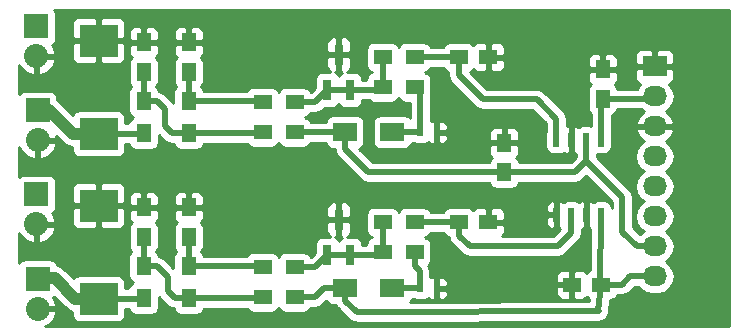
<source format=gbl>
G04 #@! TF.FileFunction,Copper,L2,Bot,Signal*
%FSLAX46Y46*%
G04 Gerber Fmt 4.6, Leading zero omitted, Abs format (unit mm)*
G04 Created by KiCad (PCBNEW 4.0.7) date Sat Jan  5 20:39:28 2019*
%MOMM*%
%LPD*%
G01*
G04 APERTURE LIST*
%ADD10C,0.100000*%
%ADD11R,1.250000X1.500000*%
%ADD12R,1.500000X1.250000*%
%ADD13R,2.032000X1.727200*%
%ADD14O,2.032000X1.727200*%
%ADD15R,2.000000X1.600000*%
%ADD16R,0.800100X1.800860*%
%ADD17R,0.600000X0.700000*%
%ADD18R,2.032000X2.032000*%
%ADD19O,2.032000X2.032000*%
%ADD20R,1.500000X1.300000*%
%ADD21R,1.300000X1.500000*%
%ADD22R,3.200000X2.700000*%
%ADD23R,0.508000X1.143000*%
%ADD24C,0.500000*%
%ADD25C,1.000000*%
%ADD26C,0.254000*%
G04 APERTURE END LIST*
D10*
D11*
X74097000Y-30779000D03*
X74097000Y-28279000D03*
X65750000Y-37000000D03*
X65750000Y-34500000D03*
D12*
X74000000Y-46500000D03*
X71500000Y-46500000D03*
D13*
X78499000Y-28015000D03*
D14*
X78499000Y-30555000D03*
X78499000Y-33095000D03*
X78499000Y-35635000D03*
X78499000Y-38175000D03*
X78499000Y-40715000D03*
X78499000Y-43255000D03*
X78499000Y-45795000D03*
D11*
X35235000Y-42463000D03*
X35235000Y-39963000D03*
X39045000Y-42463000D03*
X39045000Y-39963000D03*
D12*
X61925000Y-41213000D03*
X64425000Y-41213000D03*
D15*
X52285000Y-46801000D03*
X56285000Y-46801000D03*
D11*
X35235000Y-28493000D03*
X35235000Y-25993000D03*
X39045000Y-28493000D03*
X39045000Y-25993000D03*
D12*
X61925000Y-27243000D03*
X64425000Y-27243000D03*
D15*
X52285000Y-33593000D03*
X56285000Y-33593000D03*
D16*
X52695000Y-43984140D03*
X50795000Y-43984140D03*
X51745000Y-40981860D03*
D17*
X60065000Y-46801000D03*
X58665000Y-46801000D03*
D16*
X52695000Y-30014140D03*
X50795000Y-30014140D03*
X51745000Y-27011860D03*
D17*
X60065000Y-33593000D03*
X58665000Y-33593000D03*
D18*
X26162000Y-24638000D03*
D19*
X26162000Y-27178000D03*
D18*
X26162000Y-38862000D03*
D19*
X26162000Y-41402000D03*
D18*
X26250000Y-46000000D03*
D19*
X26250000Y-48540000D03*
D18*
X26250000Y-31750000D03*
D19*
X26250000Y-34290000D03*
D20*
X45315000Y-47563000D03*
X48015000Y-47563000D03*
D21*
X35235000Y-44943000D03*
X35235000Y-47643000D03*
X39045000Y-44943000D03*
X39045000Y-47643000D03*
D20*
X45315000Y-45023000D03*
X48015000Y-45023000D03*
X58175000Y-41213000D03*
X55475000Y-41213000D03*
D22*
X31425000Y-47703000D03*
X31425000Y-39803000D03*
D20*
X58175000Y-43753000D03*
X55475000Y-43753000D03*
X45315000Y-33593000D03*
X48015000Y-33593000D03*
D21*
X35235000Y-30973000D03*
X35235000Y-33673000D03*
X39045000Y-30973000D03*
X39045000Y-33673000D03*
D20*
X45315000Y-31053000D03*
X48015000Y-31053000D03*
X58175000Y-27243000D03*
X55475000Y-27243000D03*
D22*
X31425000Y-33733000D03*
X31425000Y-25833000D03*
D20*
X58175000Y-29783000D03*
X55475000Y-29783000D03*
D23*
X73970000Y-34228000D03*
X72700000Y-34228000D03*
X71430000Y-34228000D03*
X70160000Y-34228000D03*
X70160000Y-40578000D03*
X71430000Y-40578000D03*
X72700000Y-40578000D03*
X73970000Y-40578000D03*
D24*
X74097000Y-28259000D02*
X74097000Y-28279000D01*
X60065000Y-46801000D02*
X60065000Y-46751000D01*
X60065000Y-33593000D02*
X60065000Y-33643000D01*
X51745000Y-40981860D02*
X51745000Y-40197000D01*
X51745000Y-26481000D02*
X51745000Y-27011860D01*
X35075000Y-25833000D02*
X35235000Y-25993000D01*
X35075000Y-39803000D02*
X35235000Y-39963000D01*
X74097000Y-30779000D02*
X78275000Y-30779000D01*
X78275000Y-30779000D02*
X78499000Y-30555000D01*
X73970000Y-34228000D02*
X73970000Y-33500000D01*
X73970000Y-33500000D02*
X73970000Y-30906000D01*
X73970000Y-30906000D02*
X74097000Y-30779000D01*
X39045000Y-47643000D02*
X45235000Y-47643000D01*
X45235000Y-47643000D02*
X45315000Y-47563000D01*
X37267000Y-47055000D02*
X37855000Y-47643000D01*
X37855000Y-47643000D02*
X39045000Y-47643000D01*
X37267000Y-45825000D02*
X37267000Y-47055000D01*
X35235000Y-44943000D02*
X36385000Y-44943000D01*
X36385000Y-44943000D02*
X37267000Y-45825000D01*
X35235000Y-44943000D02*
X35235000Y-42463000D01*
X39045000Y-44943000D02*
X45235000Y-44943000D01*
X45235000Y-44943000D02*
X45315000Y-45023000D01*
X39045000Y-44943000D02*
X39045000Y-42463000D01*
X70287000Y-43245000D02*
X71430000Y-42102000D01*
X71430000Y-42102000D02*
X71430000Y-40578000D01*
X62832000Y-43245000D02*
X70287000Y-43245000D01*
X61925000Y-41213000D02*
X61925000Y-42338000D01*
X61925000Y-42338000D02*
X62832000Y-43245000D01*
X58175000Y-41213000D02*
X61925000Y-41213000D01*
X78499000Y-45795000D02*
X76455000Y-45795000D01*
X75750000Y-46500000D02*
X74000000Y-46500000D01*
X76455000Y-45795000D02*
X75750000Y-46500000D01*
X74000000Y-46500000D02*
X74112000Y-46500000D01*
X73750000Y-48750000D02*
X53269000Y-48833000D01*
X73730000Y-48730000D02*
X73750000Y-48750000D01*
X74000000Y-46500000D02*
X73730000Y-48730000D01*
X52285000Y-47849000D02*
X52285000Y-46801000D01*
X53269000Y-48833000D02*
X52285000Y-47849000D01*
X48015000Y-47563000D02*
X49713000Y-47563000D01*
X49713000Y-47563000D02*
X50475000Y-46801000D01*
X50475000Y-46801000D02*
X52285000Y-46801000D01*
X73970000Y-40578000D02*
X73893000Y-46393000D01*
X58175000Y-43753000D02*
X58175000Y-44903000D01*
X58175000Y-44903000D02*
X58603000Y-45331000D01*
X58603000Y-45331000D02*
X58603000Y-46547000D01*
X56285000Y-46801000D02*
X58665000Y-46801000D01*
X39045000Y-33673000D02*
X45235000Y-33673000D01*
X45235000Y-33673000D02*
X45315000Y-33593000D01*
X37013000Y-33085000D02*
X37601000Y-33673000D01*
X37601000Y-33673000D02*
X39045000Y-33673000D01*
X37013000Y-31601000D02*
X37013000Y-33085000D01*
X35235000Y-30973000D02*
X36385000Y-30973000D01*
X36385000Y-30973000D02*
X37013000Y-31601000D01*
X35235000Y-30973000D02*
X35235000Y-28493000D01*
X39045000Y-30973000D02*
X45235000Y-30973000D01*
X45235000Y-30973000D02*
X45315000Y-31053000D01*
X39045000Y-28493000D02*
X39045000Y-30973000D01*
X70160000Y-34228000D02*
X70160000Y-32450000D01*
X70160000Y-32450000D02*
X68509000Y-30799000D01*
X68509000Y-30799000D02*
X63937000Y-30799000D01*
X63937000Y-30799000D02*
X61925000Y-28787000D01*
X61925000Y-28787000D02*
X61925000Y-27243000D01*
X58175000Y-27243000D02*
X61925000Y-27243000D01*
X78499000Y-43255000D02*
X77005000Y-43255000D01*
X75750000Y-39100000D02*
X72700000Y-36050000D01*
X75750000Y-42000000D02*
X75750000Y-39100000D01*
X77005000Y-43255000D02*
X75750000Y-42000000D01*
X72700000Y-36050000D02*
X72700000Y-34228000D01*
X52285000Y-33593000D02*
X52285000Y-35035000D01*
X54250000Y-37000000D02*
X67250000Y-37000000D01*
X52285000Y-35035000D02*
X54250000Y-37000000D01*
X67250000Y-37000000D02*
X71750000Y-37000000D01*
X71750000Y-37000000D02*
X72700000Y-36050000D01*
X72700000Y-36050000D02*
X72700000Y-34228000D01*
X48015000Y-33593000D02*
X52285000Y-33593000D01*
X58665000Y-33593000D02*
X58665000Y-30273000D01*
X58665000Y-30273000D02*
X58175000Y-29783000D01*
X56285000Y-33593000D02*
X58665000Y-33593000D01*
X55475000Y-43753000D02*
X55475000Y-41213000D01*
X52695000Y-43984140D02*
X55243860Y-43984140D01*
X55243860Y-43984140D02*
X55475000Y-43753000D01*
X50795000Y-43984140D02*
X52695000Y-43984140D01*
X48015000Y-45023000D02*
X49756140Y-45023000D01*
X49756140Y-45023000D02*
X50795000Y-43984140D01*
X55475000Y-29783000D02*
X55475000Y-27243000D01*
X52695000Y-30014140D02*
X55243860Y-30014140D01*
X55243860Y-30014140D02*
X55475000Y-29783000D01*
X50795000Y-30014140D02*
X52695000Y-30014140D01*
X48015000Y-31053000D02*
X49756140Y-31053000D01*
X49756140Y-31053000D02*
X50795000Y-30014140D01*
D25*
X26162000Y-45974000D02*
X27724000Y-45974000D01*
X29453000Y-47703000D02*
X31425000Y-47703000D01*
X27724000Y-45974000D02*
X29453000Y-47703000D01*
D24*
X31425000Y-47703000D02*
X35175000Y-47703000D01*
X35175000Y-47703000D02*
X35235000Y-47643000D01*
D25*
X26162000Y-31750000D02*
X27250000Y-31750000D01*
X29233000Y-33733000D02*
X31425000Y-33733000D01*
X27250000Y-31750000D02*
X29233000Y-33733000D01*
D24*
X31425000Y-33733000D02*
X35175000Y-33733000D01*
X35175000Y-33733000D02*
X35235000Y-33673000D01*
D26*
G36*
X84790000Y-50040000D02*
X26863776Y-50040000D01*
X27218379Y-49877188D01*
X27656385Y-49404818D01*
X27855975Y-48922944D01*
X27736836Y-48667000D01*
X26377000Y-48667000D01*
X26377000Y-48687000D01*
X26123000Y-48687000D01*
X26123000Y-48667000D01*
X26103000Y-48667000D01*
X26103000Y-48413000D01*
X26123000Y-48413000D01*
X26123000Y-48393000D01*
X26377000Y-48393000D01*
X26377000Y-48413000D01*
X27736836Y-48413000D01*
X27855975Y-48157056D01*
X27656385Y-47675182D01*
X27565903Y-47577602D01*
X27661168Y-47516300D01*
X28650434Y-48505566D01*
X29018654Y-48751603D01*
X29177560Y-48783211D01*
X29177560Y-49053000D01*
X29221838Y-49288317D01*
X29360910Y-49504441D01*
X29573110Y-49649431D01*
X29825000Y-49700440D01*
X33025000Y-49700440D01*
X33260317Y-49656162D01*
X33476441Y-49517090D01*
X33621431Y-49304890D01*
X33672440Y-49053000D01*
X33672440Y-48588000D01*
X33974252Y-48588000D01*
X33981838Y-48628317D01*
X34120910Y-48844441D01*
X34333110Y-48989431D01*
X34585000Y-49040440D01*
X35885000Y-49040440D01*
X36120317Y-48996162D01*
X36336441Y-48857090D01*
X36481431Y-48644890D01*
X36532440Y-48393000D01*
X36532440Y-47518003D01*
X36588859Y-47602441D01*
X36641210Y-47680790D01*
X37229208Y-48268787D01*
X37229210Y-48268790D01*
X37421054Y-48396975D01*
X37516326Y-48460634D01*
X37769772Y-48511048D01*
X37791838Y-48628317D01*
X37930910Y-48844441D01*
X38143110Y-48989431D01*
X38395000Y-49040440D01*
X39695000Y-49040440D01*
X39930317Y-48996162D01*
X40146441Y-48857090D01*
X40291431Y-48644890D01*
X40315102Y-48528000D01*
X44013113Y-48528000D01*
X44100910Y-48664441D01*
X44313110Y-48809431D01*
X44565000Y-48860440D01*
X46065000Y-48860440D01*
X46300317Y-48816162D01*
X46516441Y-48677090D01*
X46661431Y-48464890D01*
X46664081Y-48451803D01*
X46800910Y-48664441D01*
X47013110Y-48809431D01*
X47265000Y-48860440D01*
X48765000Y-48860440D01*
X49000317Y-48816162D01*
X49216441Y-48677090D01*
X49361431Y-48464890D01*
X49364851Y-48448000D01*
X49712995Y-48448000D01*
X49713000Y-48448001D01*
X49997918Y-48391326D01*
X50051675Y-48380633D01*
X50338790Y-48188790D01*
X50685528Y-47842051D01*
X50820910Y-48052441D01*
X51033110Y-48197431D01*
X51285000Y-48248440D01*
X51507969Y-48248440D01*
X51641310Y-48448000D01*
X51659210Y-48474790D01*
X52643210Y-49458789D01*
X52644728Y-49459803D01*
X52645751Y-49461321D01*
X52788369Y-49555781D01*
X52930325Y-49650633D01*
X52932117Y-49650989D01*
X52933641Y-49651999D01*
X53101342Y-49684651D01*
X53269000Y-49718001D01*
X53270794Y-49717644D01*
X53272586Y-49717993D01*
X73753586Y-49634993D01*
X73920997Y-49600987D01*
X74088674Y-49567633D01*
X74090193Y-49566618D01*
X74091985Y-49566254D01*
X74233890Y-49470603D01*
X74375789Y-49375789D01*
X74376802Y-49374273D01*
X74378321Y-49373249D01*
X74472857Y-49230517D01*
X74567633Y-49088674D01*
X74567989Y-49086884D01*
X74568999Y-49085359D01*
X74601656Y-48917634D01*
X74635001Y-48750000D01*
X74634644Y-48748206D01*
X74634993Y-48746414D01*
X74625271Y-48698553D01*
X74737401Y-47772440D01*
X74750000Y-47772440D01*
X74985317Y-47728162D01*
X75201441Y-47589090D01*
X75340890Y-47385000D01*
X75749995Y-47385000D01*
X75750000Y-47385001D01*
X76032484Y-47328810D01*
X76088675Y-47317633D01*
X76375790Y-47125790D01*
X76821579Y-46680000D01*
X77137874Y-46680000D01*
X77254585Y-46854670D01*
X77740766Y-47179526D01*
X78314255Y-47293600D01*
X78683745Y-47293600D01*
X79257234Y-47179526D01*
X79743415Y-46854670D01*
X80068271Y-46368489D01*
X80182345Y-45795000D01*
X80068271Y-45221511D01*
X79743415Y-44735330D01*
X79428634Y-44525000D01*
X79743415Y-44314670D01*
X80068271Y-43828489D01*
X80182345Y-43255000D01*
X80068271Y-42681511D01*
X79743415Y-42195330D01*
X79428634Y-41985000D01*
X79743415Y-41774670D01*
X80068271Y-41288489D01*
X80182345Y-40715000D01*
X80068271Y-40141511D01*
X79743415Y-39655330D01*
X79428634Y-39445000D01*
X79743415Y-39234670D01*
X80068271Y-38748489D01*
X80182345Y-38175000D01*
X80068271Y-37601511D01*
X79743415Y-37115330D01*
X79428634Y-36905000D01*
X79743415Y-36694670D01*
X80068271Y-36208489D01*
X80182345Y-35635000D01*
X80068271Y-35061511D01*
X79743415Y-34575330D01*
X79433931Y-34368539D01*
X79849732Y-33997036D01*
X80103709Y-33469791D01*
X80106358Y-33454026D01*
X79985217Y-33222000D01*
X78626000Y-33222000D01*
X78626000Y-33242000D01*
X78372000Y-33242000D01*
X78372000Y-33222000D01*
X77012783Y-33222000D01*
X76891642Y-33454026D01*
X76894291Y-33469791D01*
X77148268Y-33997036D01*
X77564069Y-34368539D01*
X77254585Y-34575330D01*
X76929729Y-35061511D01*
X76815655Y-35635000D01*
X76929729Y-36208489D01*
X77254585Y-36694670D01*
X77569366Y-36905000D01*
X77254585Y-37115330D01*
X76929729Y-37601511D01*
X76815655Y-38175000D01*
X76929729Y-38748489D01*
X77254585Y-39234670D01*
X77569366Y-39445000D01*
X77254585Y-39655330D01*
X76929729Y-40141511D01*
X76815655Y-40715000D01*
X76929729Y-41288489D01*
X77254585Y-41774670D01*
X77569366Y-41985000D01*
X77254585Y-42195330D01*
X77231483Y-42229904D01*
X76635000Y-41633420D01*
X76635000Y-39100000D01*
X76567633Y-38761325D01*
X76375790Y-38474210D01*
X76375787Y-38474208D01*
X73585000Y-35683420D01*
X73585000Y-35420412D01*
X73716000Y-35446940D01*
X74224000Y-35446940D01*
X74459317Y-35402662D01*
X74675441Y-35263590D01*
X74820431Y-35051390D01*
X74871440Y-34799500D01*
X74871440Y-33656500D01*
X74855000Y-33569129D01*
X74855000Y-32151414D01*
X74957317Y-32132162D01*
X75173441Y-31993090D01*
X75318431Y-31780890D01*
X75342102Y-31664000D01*
X77328413Y-31664000D01*
X77564069Y-31821461D01*
X77148268Y-32192964D01*
X76894291Y-32720209D01*
X76891642Y-32735974D01*
X77012783Y-32968000D01*
X78372000Y-32968000D01*
X78372000Y-32948000D01*
X78626000Y-32948000D01*
X78626000Y-32968000D01*
X79985217Y-32968000D01*
X80106358Y-32735974D01*
X80103709Y-32720209D01*
X79849732Y-32192964D01*
X79433931Y-31821461D01*
X79743415Y-31614670D01*
X80068271Y-31128489D01*
X80182345Y-30555000D01*
X80068271Y-29981511D01*
X79743415Y-29495330D01*
X79721220Y-29480500D01*
X79874698Y-29416927D01*
X80053327Y-29238299D01*
X80150000Y-29004910D01*
X80150000Y-28300750D01*
X79991250Y-28142000D01*
X78626000Y-28142000D01*
X78626000Y-28162000D01*
X78372000Y-28162000D01*
X78372000Y-28142000D01*
X77006750Y-28142000D01*
X76848000Y-28300750D01*
X76848000Y-29004910D01*
X76944673Y-29238299D01*
X77123302Y-29416927D01*
X77276780Y-29480500D01*
X77254585Y-29495330D01*
X76988202Y-29894000D01*
X75344038Y-29894000D01*
X75325162Y-29793683D01*
X75186090Y-29577559D01*
X75117994Y-29531031D01*
X75260327Y-29388698D01*
X75357000Y-29155309D01*
X75357000Y-28564750D01*
X75198250Y-28406000D01*
X74224000Y-28406000D01*
X74224000Y-28426000D01*
X73970000Y-28426000D01*
X73970000Y-28406000D01*
X72995750Y-28406000D01*
X72837000Y-28564750D01*
X72837000Y-29155309D01*
X72933673Y-29388698D01*
X73074910Y-29529936D01*
X73020559Y-29564910D01*
X72875569Y-29777110D01*
X72824560Y-30029000D01*
X72824560Y-31529000D01*
X72868838Y-31764317D01*
X73007910Y-31980441D01*
X73085000Y-32033114D01*
X73085000Y-33035588D01*
X72954000Y-33009060D01*
X72446000Y-33009060D01*
X72210683Y-33053338D01*
X72069629Y-33144104D01*
X72043698Y-33118173D01*
X71810309Y-33021500D01*
X71715750Y-33021500D01*
X71557000Y-33180250D01*
X71557000Y-34101000D01*
X71577000Y-34101000D01*
X71577000Y-34355000D01*
X71557000Y-34355000D01*
X71557000Y-35275750D01*
X71715750Y-35434500D01*
X71810309Y-35434500D01*
X71815000Y-35432557D01*
X71815000Y-35683421D01*
X71383420Y-36115000D01*
X66997038Y-36115000D01*
X66978162Y-36014683D01*
X66839090Y-35798559D01*
X66770994Y-35752031D01*
X66913327Y-35609698D01*
X67010000Y-35376309D01*
X67010000Y-34785750D01*
X66851250Y-34627000D01*
X65877000Y-34627000D01*
X65877000Y-34647000D01*
X65623000Y-34647000D01*
X65623000Y-34627000D01*
X64648750Y-34627000D01*
X64490000Y-34785750D01*
X64490000Y-35376309D01*
X64586673Y-35609698D01*
X64727910Y-35750936D01*
X64673559Y-35785910D01*
X64528569Y-35998110D01*
X64504898Y-36115000D01*
X54616579Y-36115000D01*
X53501317Y-34999737D01*
X53520317Y-34996162D01*
X53736441Y-34857090D01*
X53881431Y-34644890D01*
X53932440Y-34393000D01*
X53932440Y-32793000D01*
X53888162Y-32557683D01*
X53749090Y-32341559D01*
X53536890Y-32196569D01*
X53285000Y-32145560D01*
X51285000Y-32145560D01*
X51049683Y-32189838D01*
X50833559Y-32328910D01*
X50688569Y-32541110D01*
X50654773Y-32708000D01*
X49368222Y-32708000D01*
X49368162Y-32707683D01*
X49229090Y-32491559D01*
X49016890Y-32346569D01*
X48905477Y-32324007D01*
X49000317Y-32306162D01*
X49216441Y-32167090D01*
X49361431Y-31954890D01*
X49364851Y-31938000D01*
X49756135Y-31938000D01*
X49756140Y-31938001D01*
X50038624Y-31881810D01*
X50094815Y-31870633D01*
X50381930Y-31678790D01*
X50498710Y-31562010D01*
X51195050Y-31562010D01*
X51430367Y-31517732D01*
X51646491Y-31378660D01*
X51745632Y-31233563D01*
X51830860Y-31366011D01*
X52043060Y-31511001D01*
X52294950Y-31562010D01*
X53095050Y-31562010D01*
X53330367Y-31517732D01*
X53546491Y-31378660D01*
X53691481Y-31166460D01*
X53742490Y-30914570D01*
X53742490Y-30899140D01*
X54282423Y-30899140D01*
X54473110Y-31029431D01*
X54725000Y-31080440D01*
X56225000Y-31080440D01*
X56460317Y-31036162D01*
X56676441Y-30897090D01*
X56821431Y-30684890D01*
X56824081Y-30671803D01*
X56960910Y-30884441D01*
X57173110Y-31029431D01*
X57425000Y-31080440D01*
X57780000Y-31080440D01*
X57780000Y-32389594D01*
X57749090Y-32341559D01*
X57536890Y-32196569D01*
X57285000Y-32145560D01*
X55285000Y-32145560D01*
X55049683Y-32189838D01*
X54833559Y-32328910D01*
X54688569Y-32541110D01*
X54637560Y-32793000D01*
X54637560Y-34393000D01*
X54681838Y-34628317D01*
X54820910Y-34844441D01*
X55033110Y-34989431D01*
X55285000Y-35040440D01*
X57285000Y-35040440D01*
X57520317Y-34996162D01*
X57736441Y-34857090D01*
X57881431Y-34644890D01*
X57915227Y-34478000D01*
X58023203Y-34478000D01*
X58113110Y-34539431D01*
X58365000Y-34590440D01*
X58965000Y-34590440D01*
X59200317Y-34546162D01*
X59364493Y-34440518D01*
X59405302Y-34481327D01*
X59638691Y-34578000D01*
X59779250Y-34578000D01*
X59938000Y-34419250D01*
X59938000Y-33720000D01*
X60192000Y-33720000D01*
X60192000Y-34419250D01*
X60350750Y-34578000D01*
X60491309Y-34578000D01*
X60724698Y-34481327D01*
X60903327Y-34302699D01*
X61000000Y-34069310D01*
X61000000Y-33878750D01*
X60841250Y-33720000D01*
X60192000Y-33720000D01*
X59938000Y-33720000D01*
X59918000Y-33720000D01*
X59918000Y-33623691D01*
X64490000Y-33623691D01*
X64490000Y-34214250D01*
X64648750Y-34373000D01*
X65623000Y-34373000D01*
X65623000Y-33273750D01*
X65877000Y-33273750D01*
X65877000Y-34373000D01*
X66851250Y-34373000D01*
X67010000Y-34214250D01*
X67010000Y-33623691D01*
X66913327Y-33390302D01*
X66734699Y-33211673D01*
X66501310Y-33115000D01*
X66035750Y-33115000D01*
X65877000Y-33273750D01*
X65623000Y-33273750D01*
X65464250Y-33115000D01*
X64998690Y-33115000D01*
X64765301Y-33211673D01*
X64586673Y-33390302D01*
X64490000Y-33623691D01*
X59918000Y-33623691D01*
X59918000Y-33466000D01*
X59938000Y-33466000D01*
X59938000Y-32766750D01*
X60192000Y-32766750D01*
X60192000Y-33466000D01*
X60841250Y-33466000D01*
X61000000Y-33307250D01*
X61000000Y-33116690D01*
X60903327Y-32883301D01*
X60724698Y-32704673D01*
X60491309Y-32608000D01*
X60350750Y-32608000D01*
X60192000Y-32766750D01*
X59938000Y-32766750D01*
X59779250Y-32608000D01*
X59638691Y-32608000D01*
X59550000Y-32644737D01*
X59550000Y-30543812D01*
X59572440Y-30433000D01*
X59572440Y-29133000D01*
X59528162Y-28897683D01*
X59389090Y-28681559D01*
X59176890Y-28536569D01*
X59065477Y-28514007D01*
X59160317Y-28496162D01*
X59376441Y-28357090D01*
X59521431Y-28144890D01*
X59524851Y-28128000D01*
X60587721Y-28128000D01*
X60710910Y-28319441D01*
X60923110Y-28464431D01*
X61040000Y-28488102D01*
X61040000Y-28786995D01*
X61039999Y-28787000D01*
X61083345Y-29004910D01*
X61107367Y-29125675D01*
X61182620Y-29238299D01*
X61299210Y-29412790D01*
X63311208Y-31424787D01*
X63311210Y-31424790D01*
X63598325Y-31616633D01*
X63654516Y-31627810D01*
X63937000Y-31684001D01*
X63937005Y-31684000D01*
X68142420Y-31684000D01*
X69275000Y-32816579D01*
X69275000Y-33575317D01*
X69258560Y-33656500D01*
X69258560Y-34799500D01*
X69302838Y-35034817D01*
X69441910Y-35250941D01*
X69654110Y-35395931D01*
X69906000Y-35446940D01*
X70414000Y-35446940D01*
X70649317Y-35402662D01*
X70790371Y-35311896D01*
X70816302Y-35337827D01*
X71049691Y-35434500D01*
X71144250Y-35434500D01*
X71303000Y-35275750D01*
X71303000Y-34355000D01*
X71283000Y-34355000D01*
X71283000Y-34101000D01*
X71303000Y-34101000D01*
X71303000Y-33180250D01*
X71144250Y-33021500D01*
X71049691Y-33021500D01*
X71045000Y-33023443D01*
X71045000Y-32450005D01*
X71045001Y-32450000D01*
X70977634Y-32111326D01*
X70898631Y-31993090D01*
X70785790Y-31824210D01*
X70785787Y-31824208D01*
X69134790Y-30173210D01*
X69057660Y-30121674D01*
X68847675Y-29981367D01*
X68791484Y-29970190D01*
X68509000Y-29913999D01*
X68508995Y-29914000D01*
X64303579Y-29914000D01*
X62868593Y-28479013D01*
X62910317Y-28471162D01*
X63126441Y-28332090D01*
X63172969Y-28263994D01*
X63315302Y-28406327D01*
X63548691Y-28503000D01*
X64139250Y-28503000D01*
X64298000Y-28344250D01*
X64298000Y-27370000D01*
X64552000Y-27370000D01*
X64552000Y-28344250D01*
X64710750Y-28503000D01*
X65301309Y-28503000D01*
X65534698Y-28406327D01*
X65713327Y-28227699D01*
X65810000Y-27994310D01*
X65810000Y-27528750D01*
X65683941Y-27402691D01*
X72837000Y-27402691D01*
X72837000Y-27993250D01*
X72995750Y-28152000D01*
X73970000Y-28152000D01*
X73970000Y-27052750D01*
X74224000Y-27052750D01*
X74224000Y-28152000D01*
X75198250Y-28152000D01*
X75357000Y-27993250D01*
X75357000Y-27402691D01*
X75260327Y-27169302D01*
X75116116Y-27025090D01*
X76848000Y-27025090D01*
X76848000Y-27729250D01*
X77006750Y-27888000D01*
X78372000Y-27888000D01*
X78372000Y-26675150D01*
X78626000Y-26675150D01*
X78626000Y-27888000D01*
X79991250Y-27888000D01*
X80150000Y-27729250D01*
X80150000Y-27025090D01*
X80053327Y-26791701D01*
X79874698Y-26613073D01*
X79641309Y-26516400D01*
X78784750Y-26516400D01*
X78626000Y-26675150D01*
X78372000Y-26675150D01*
X78213250Y-26516400D01*
X77356691Y-26516400D01*
X77123302Y-26613073D01*
X76944673Y-26791701D01*
X76848000Y-27025090D01*
X75116116Y-27025090D01*
X75081699Y-26990673D01*
X74848310Y-26894000D01*
X74382750Y-26894000D01*
X74224000Y-27052750D01*
X73970000Y-27052750D01*
X73811250Y-26894000D01*
X73345690Y-26894000D01*
X73112301Y-26990673D01*
X72933673Y-27169302D01*
X72837000Y-27402691D01*
X65683941Y-27402691D01*
X65651250Y-27370000D01*
X64552000Y-27370000D01*
X64298000Y-27370000D01*
X64278000Y-27370000D01*
X64278000Y-27116000D01*
X64298000Y-27116000D01*
X64298000Y-26141750D01*
X64552000Y-26141750D01*
X64552000Y-27116000D01*
X65651250Y-27116000D01*
X65810000Y-26957250D01*
X65810000Y-26491690D01*
X65713327Y-26258301D01*
X65534698Y-26079673D01*
X65301309Y-25983000D01*
X64710750Y-25983000D01*
X64552000Y-26141750D01*
X64298000Y-26141750D01*
X64139250Y-25983000D01*
X63548691Y-25983000D01*
X63315302Y-26079673D01*
X63174064Y-26220910D01*
X63139090Y-26166559D01*
X62926890Y-26021569D01*
X62675000Y-25970560D01*
X61175000Y-25970560D01*
X60939683Y-26014838D01*
X60723559Y-26153910D01*
X60584110Y-26358000D01*
X59528222Y-26358000D01*
X59528162Y-26357683D01*
X59389090Y-26141559D01*
X59176890Y-25996569D01*
X58925000Y-25945560D01*
X57425000Y-25945560D01*
X57189683Y-25989838D01*
X56973559Y-26128910D01*
X56828569Y-26341110D01*
X56825919Y-26354197D01*
X56689090Y-26141559D01*
X56476890Y-25996569D01*
X56225000Y-25945560D01*
X54725000Y-25945560D01*
X54489683Y-25989838D01*
X54273559Y-26128910D01*
X54128569Y-26341110D01*
X54077560Y-26593000D01*
X54077560Y-27893000D01*
X54121838Y-28128317D01*
X54260910Y-28344441D01*
X54473110Y-28489431D01*
X54584523Y-28511993D01*
X54489683Y-28529838D01*
X54273559Y-28668910D01*
X54128569Y-28881110D01*
X54078342Y-29129140D01*
X53742490Y-29129140D01*
X53742490Y-29113710D01*
X53698212Y-28878393D01*
X53559140Y-28662269D01*
X53346940Y-28517279D01*
X53095050Y-28466270D01*
X52466958Y-28466270D01*
X52504748Y-28450617D01*
X52683377Y-28271989D01*
X52780050Y-28038600D01*
X52780050Y-27297610D01*
X52621300Y-27138860D01*
X51872000Y-27138860D01*
X51872000Y-28388540D01*
X52019703Y-28536243D01*
X51843509Y-28649620D01*
X51744368Y-28794717D01*
X51659140Y-28662269D01*
X51472082Y-28534458D01*
X51618000Y-28388540D01*
X51618000Y-27138860D01*
X50868700Y-27138860D01*
X50709950Y-27297610D01*
X50709950Y-28038600D01*
X50806623Y-28271989D01*
X50985252Y-28450617D01*
X51023042Y-28466270D01*
X50394950Y-28466270D01*
X50159633Y-28510548D01*
X49943509Y-28649620D01*
X49798519Y-28861820D01*
X49747510Y-29113710D01*
X49747510Y-29810051D01*
X49389560Y-30168000D01*
X49368222Y-30168000D01*
X49368162Y-30167683D01*
X49229090Y-29951559D01*
X49016890Y-29806569D01*
X48765000Y-29755560D01*
X47265000Y-29755560D01*
X47029683Y-29799838D01*
X46813559Y-29938910D01*
X46668569Y-30151110D01*
X46665919Y-30164197D01*
X46529090Y-29951559D01*
X46316890Y-29806569D01*
X46065000Y-29755560D01*
X44565000Y-29755560D01*
X44329683Y-29799838D01*
X44113559Y-29938910D01*
X44011690Y-30088000D01*
X40317038Y-30088000D01*
X40298162Y-29987683D01*
X40159090Y-29771559D01*
X40092238Y-29725881D01*
X40121441Y-29707090D01*
X40266431Y-29494890D01*
X40317440Y-29243000D01*
X40317440Y-27743000D01*
X40273162Y-27507683D01*
X40134090Y-27291559D01*
X40065994Y-27245031D01*
X40208327Y-27102698D01*
X40305000Y-26869309D01*
X40305000Y-26278750D01*
X40146250Y-26120000D01*
X39172000Y-26120000D01*
X39172000Y-26140000D01*
X38918000Y-26140000D01*
X38918000Y-26120000D01*
X37943750Y-26120000D01*
X37785000Y-26278750D01*
X37785000Y-26869309D01*
X37881673Y-27102698D01*
X38022910Y-27243936D01*
X37968559Y-27278910D01*
X37823569Y-27491110D01*
X37772560Y-27743000D01*
X37772560Y-29243000D01*
X37816838Y-29478317D01*
X37955910Y-29694441D01*
X37998511Y-29723549D01*
X37943559Y-29758910D01*
X37798569Y-29971110D01*
X37747560Y-30223000D01*
X37747560Y-31137997D01*
X37638790Y-30975210D01*
X37638787Y-30975208D01*
X37010790Y-30347210D01*
X36914032Y-30282559D01*
X36723675Y-30155367D01*
X36634199Y-30137569D01*
X36511783Y-30113218D01*
X36488162Y-29987683D01*
X36349090Y-29771559D01*
X36282238Y-29725881D01*
X36311441Y-29707090D01*
X36456431Y-29494890D01*
X36507440Y-29243000D01*
X36507440Y-27743000D01*
X36463162Y-27507683D01*
X36324090Y-27291559D01*
X36255994Y-27245031D01*
X36398327Y-27102698D01*
X36495000Y-26869309D01*
X36495000Y-26278750D01*
X36336250Y-26120000D01*
X35362000Y-26120000D01*
X35362000Y-26140000D01*
X35108000Y-26140000D01*
X35108000Y-26120000D01*
X34133750Y-26120000D01*
X33975000Y-26278750D01*
X33975000Y-26869309D01*
X34071673Y-27102698D01*
X34212910Y-27243936D01*
X34158559Y-27278910D01*
X34013569Y-27491110D01*
X33962560Y-27743000D01*
X33962560Y-29243000D01*
X34006838Y-29478317D01*
X34145910Y-29694441D01*
X34188511Y-29723549D01*
X34133559Y-29758910D01*
X33988569Y-29971110D01*
X33937560Y-30223000D01*
X33937560Y-31723000D01*
X33981838Y-31958317D01*
X34120910Y-32174441D01*
X34333110Y-32319431D01*
X34346197Y-32322081D01*
X34133559Y-32458910D01*
X33988569Y-32671110D01*
X33952748Y-32848000D01*
X33672440Y-32848000D01*
X33672440Y-32383000D01*
X33628162Y-32147683D01*
X33489090Y-31931559D01*
X33276890Y-31786569D01*
X33025000Y-31735560D01*
X29825000Y-31735560D01*
X29589683Y-31779838D01*
X29373559Y-31918910D01*
X29231684Y-32126551D01*
X28052566Y-30947434D01*
X27913440Y-30854473D01*
X27913440Y-30734000D01*
X27869162Y-30498683D01*
X27730090Y-30282559D01*
X27517890Y-30137569D01*
X27266000Y-30086560D01*
X25234000Y-30086560D01*
X24998683Y-30130838D01*
X24782559Y-30269910D01*
X24710000Y-30376104D01*
X24710000Y-27932689D01*
X24755615Y-28042818D01*
X25193621Y-28515188D01*
X25779054Y-28783983D01*
X26035000Y-28665367D01*
X26035000Y-27305000D01*
X26289000Y-27305000D01*
X26289000Y-28665367D01*
X26544946Y-28783983D01*
X27130379Y-28515188D01*
X27568385Y-28042818D01*
X27767975Y-27560944D01*
X27648836Y-27305000D01*
X26289000Y-27305000D01*
X26035000Y-27305000D01*
X26015000Y-27305000D01*
X26015000Y-27051000D01*
X26035000Y-27051000D01*
X26035000Y-27031000D01*
X26289000Y-27031000D01*
X26289000Y-27051000D01*
X27648836Y-27051000D01*
X27767975Y-26795056D01*
X27568385Y-26313182D01*
X27477903Y-26215602D01*
X27628415Y-26118750D01*
X29190000Y-26118750D01*
X29190000Y-27309309D01*
X29286673Y-27542698D01*
X29465301Y-27721327D01*
X29698690Y-27818000D01*
X31139250Y-27818000D01*
X31298000Y-27659250D01*
X31298000Y-25960000D01*
X31552000Y-25960000D01*
X31552000Y-27659250D01*
X31710750Y-27818000D01*
X33151310Y-27818000D01*
X33384699Y-27721327D01*
X33563327Y-27542698D01*
X33660000Y-27309309D01*
X33660000Y-26118750D01*
X33526370Y-25985120D01*
X50709950Y-25985120D01*
X50709950Y-26726110D01*
X50868700Y-26884860D01*
X51618000Y-26884860D01*
X51618000Y-25635180D01*
X51872000Y-25635180D01*
X51872000Y-26884860D01*
X52621300Y-26884860D01*
X52780050Y-26726110D01*
X52780050Y-25985120D01*
X52683377Y-25751731D01*
X52504748Y-25573103D01*
X52271359Y-25476430D01*
X52030750Y-25476430D01*
X51872000Y-25635180D01*
X51618000Y-25635180D01*
X51459250Y-25476430D01*
X51218641Y-25476430D01*
X50985252Y-25573103D01*
X50806623Y-25751731D01*
X50709950Y-25985120D01*
X33526370Y-25985120D01*
X33501250Y-25960000D01*
X31552000Y-25960000D01*
X31298000Y-25960000D01*
X29348750Y-25960000D01*
X29190000Y-26118750D01*
X27628415Y-26118750D01*
X27629441Y-26118090D01*
X27774431Y-25905890D01*
X27825440Y-25654000D01*
X27825440Y-24356691D01*
X29190000Y-24356691D01*
X29190000Y-25547250D01*
X29348750Y-25706000D01*
X31298000Y-25706000D01*
X31298000Y-24006750D01*
X31552000Y-24006750D01*
X31552000Y-25706000D01*
X33501250Y-25706000D01*
X33660000Y-25547250D01*
X33660000Y-25116691D01*
X33975000Y-25116691D01*
X33975000Y-25707250D01*
X34133750Y-25866000D01*
X35108000Y-25866000D01*
X35108000Y-24766750D01*
X35362000Y-24766750D01*
X35362000Y-25866000D01*
X36336250Y-25866000D01*
X36495000Y-25707250D01*
X36495000Y-25116691D01*
X37785000Y-25116691D01*
X37785000Y-25707250D01*
X37943750Y-25866000D01*
X38918000Y-25866000D01*
X38918000Y-24766750D01*
X39172000Y-24766750D01*
X39172000Y-25866000D01*
X40146250Y-25866000D01*
X40305000Y-25707250D01*
X40305000Y-25116691D01*
X40208327Y-24883302D01*
X40029699Y-24704673D01*
X39796310Y-24608000D01*
X39330750Y-24608000D01*
X39172000Y-24766750D01*
X38918000Y-24766750D01*
X38759250Y-24608000D01*
X38293690Y-24608000D01*
X38060301Y-24704673D01*
X37881673Y-24883302D01*
X37785000Y-25116691D01*
X36495000Y-25116691D01*
X36398327Y-24883302D01*
X36219699Y-24704673D01*
X35986310Y-24608000D01*
X35520750Y-24608000D01*
X35362000Y-24766750D01*
X35108000Y-24766750D01*
X34949250Y-24608000D01*
X34483690Y-24608000D01*
X34250301Y-24704673D01*
X34071673Y-24883302D01*
X33975000Y-25116691D01*
X33660000Y-25116691D01*
X33660000Y-24356691D01*
X33563327Y-24123302D01*
X33384699Y-23944673D01*
X33151310Y-23848000D01*
X31710750Y-23848000D01*
X31552000Y-24006750D01*
X31298000Y-24006750D01*
X31139250Y-23848000D01*
X29698690Y-23848000D01*
X29465301Y-23944673D01*
X29286673Y-24123302D01*
X29190000Y-24356691D01*
X27825440Y-24356691D01*
X27825440Y-23622000D01*
X27781162Y-23386683D01*
X27667470Y-23210000D01*
X84790000Y-23210000D01*
X84790000Y-50040000D01*
X84790000Y-50040000D01*
G37*
X84790000Y-50040000D02*
X26863776Y-50040000D01*
X27218379Y-49877188D01*
X27656385Y-49404818D01*
X27855975Y-48922944D01*
X27736836Y-48667000D01*
X26377000Y-48667000D01*
X26377000Y-48687000D01*
X26123000Y-48687000D01*
X26123000Y-48667000D01*
X26103000Y-48667000D01*
X26103000Y-48413000D01*
X26123000Y-48413000D01*
X26123000Y-48393000D01*
X26377000Y-48393000D01*
X26377000Y-48413000D01*
X27736836Y-48413000D01*
X27855975Y-48157056D01*
X27656385Y-47675182D01*
X27565903Y-47577602D01*
X27661168Y-47516300D01*
X28650434Y-48505566D01*
X29018654Y-48751603D01*
X29177560Y-48783211D01*
X29177560Y-49053000D01*
X29221838Y-49288317D01*
X29360910Y-49504441D01*
X29573110Y-49649431D01*
X29825000Y-49700440D01*
X33025000Y-49700440D01*
X33260317Y-49656162D01*
X33476441Y-49517090D01*
X33621431Y-49304890D01*
X33672440Y-49053000D01*
X33672440Y-48588000D01*
X33974252Y-48588000D01*
X33981838Y-48628317D01*
X34120910Y-48844441D01*
X34333110Y-48989431D01*
X34585000Y-49040440D01*
X35885000Y-49040440D01*
X36120317Y-48996162D01*
X36336441Y-48857090D01*
X36481431Y-48644890D01*
X36532440Y-48393000D01*
X36532440Y-47518003D01*
X36588859Y-47602441D01*
X36641210Y-47680790D01*
X37229208Y-48268787D01*
X37229210Y-48268790D01*
X37421054Y-48396975D01*
X37516326Y-48460634D01*
X37769772Y-48511048D01*
X37791838Y-48628317D01*
X37930910Y-48844441D01*
X38143110Y-48989431D01*
X38395000Y-49040440D01*
X39695000Y-49040440D01*
X39930317Y-48996162D01*
X40146441Y-48857090D01*
X40291431Y-48644890D01*
X40315102Y-48528000D01*
X44013113Y-48528000D01*
X44100910Y-48664441D01*
X44313110Y-48809431D01*
X44565000Y-48860440D01*
X46065000Y-48860440D01*
X46300317Y-48816162D01*
X46516441Y-48677090D01*
X46661431Y-48464890D01*
X46664081Y-48451803D01*
X46800910Y-48664441D01*
X47013110Y-48809431D01*
X47265000Y-48860440D01*
X48765000Y-48860440D01*
X49000317Y-48816162D01*
X49216441Y-48677090D01*
X49361431Y-48464890D01*
X49364851Y-48448000D01*
X49712995Y-48448000D01*
X49713000Y-48448001D01*
X49997918Y-48391326D01*
X50051675Y-48380633D01*
X50338790Y-48188790D01*
X50685528Y-47842051D01*
X50820910Y-48052441D01*
X51033110Y-48197431D01*
X51285000Y-48248440D01*
X51507969Y-48248440D01*
X51641310Y-48448000D01*
X51659210Y-48474790D01*
X52643210Y-49458789D01*
X52644728Y-49459803D01*
X52645751Y-49461321D01*
X52788369Y-49555781D01*
X52930325Y-49650633D01*
X52932117Y-49650989D01*
X52933641Y-49651999D01*
X53101342Y-49684651D01*
X53269000Y-49718001D01*
X53270794Y-49717644D01*
X53272586Y-49717993D01*
X73753586Y-49634993D01*
X73920997Y-49600987D01*
X74088674Y-49567633D01*
X74090193Y-49566618D01*
X74091985Y-49566254D01*
X74233890Y-49470603D01*
X74375789Y-49375789D01*
X74376802Y-49374273D01*
X74378321Y-49373249D01*
X74472857Y-49230517D01*
X74567633Y-49088674D01*
X74567989Y-49086884D01*
X74568999Y-49085359D01*
X74601656Y-48917634D01*
X74635001Y-48750000D01*
X74634644Y-48748206D01*
X74634993Y-48746414D01*
X74625271Y-48698553D01*
X74737401Y-47772440D01*
X74750000Y-47772440D01*
X74985317Y-47728162D01*
X75201441Y-47589090D01*
X75340890Y-47385000D01*
X75749995Y-47385000D01*
X75750000Y-47385001D01*
X76032484Y-47328810D01*
X76088675Y-47317633D01*
X76375790Y-47125790D01*
X76821579Y-46680000D01*
X77137874Y-46680000D01*
X77254585Y-46854670D01*
X77740766Y-47179526D01*
X78314255Y-47293600D01*
X78683745Y-47293600D01*
X79257234Y-47179526D01*
X79743415Y-46854670D01*
X80068271Y-46368489D01*
X80182345Y-45795000D01*
X80068271Y-45221511D01*
X79743415Y-44735330D01*
X79428634Y-44525000D01*
X79743415Y-44314670D01*
X80068271Y-43828489D01*
X80182345Y-43255000D01*
X80068271Y-42681511D01*
X79743415Y-42195330D01*
X79428634Y-41985000D01*
X79743415Y-41774670D01*
X80068271Y-41288489D01*
X80182345Y-40715000D01*
X80068271Y-40141511D01*
X79743415Y-39655330D01*
X79428634Y-39445000D01*
X79743415Y-39234670D01*
X80068271Y-38748489D01*
X80182345Y-38175000D01*
X80068271Y-37601511D01*
X79743415Y-37115330D01*
X79428634Y-36905000D01*
X79743415Y-36694670D01*
X80068271Y-36208489D01*
X80182345Y-35635000D01*
X80068271Y-35061511D01*
X79743415Y-34575330D01*
X79433931Y-34368539D01*
X79849732Y-33997036D01*
X80103709Y-33469791D01*
X80106358Y-33454026D01*
X79985217Y-33222000D01*
X78626000Y-33222000D01*
X78626000Y-33242000D01*
X78372000Y-33242000D01*
X78372000Y-33222000D01*
X77012783Y-33222000D01*
X76891642Y-33454026D01*
X76894291Y-33469791D01*
X77148268Y-33997036D01*
X77564069Y-34368539D01*
X77254585Y-34575330D01*
X76929729Y-35061511D01*
X76815655Y-35635000D01*
X76929729Y-36208489D01*
X77254585Y-36694670D01*
X77569366Y-36905000D01*
X77254585Y-37115330D01*
X76929729Y-37601511D01*
X76815655Y-38175000D01*
X76929729Y-38748489D01*
X77254585Y-39234670D01*
X77569366Y-39445000D01*
X77254585Y-39655330D01*
X76929729Y-40141511D01*
X76815655Y-40715000D01*
X76929729Y-41288489D01*
X77254585Y-41774670D01*
X77569366Y-41985000D01*
X77254585Y-42195330D01*
X77231483Y-42229904D01*
X76635000Y-41633420D01*
X76635000Y-39100000D01*
X76567633Y-38761325D01*
X76375790Y-38474210D01*
X76375787Y-38474208D01*
X73585000Y-35683420D01*
X73585000Y-35420412D01*
X73716000Y-35446940D01*
X74224000Y-35446940D01*
X74459317Y-35402662D01*
X74675441Y-35263590D01*
X74820431Y-35051390D01*
X74871440Y-34799500D01*
X74871440Y-33656500D01*
X74855000Y-33569129D01*
X74855000Y-32151414D01*
X74957317Y-32132162D01*
X75173441Y-31993090D01*
X75318431Y-31780890D01*
X75342102Y-31664000D01*
X77328413Y-31664000D01*
X77564069Y-31821461D01*
X77148268Y-32192964D01*
X76894291Y-32720209D01*
X76891642Y-32735974D01*
X77012783Y-32968000D01*
X78372000Y-32968000D01*
X78372000Y-32948000D01*
X78626000Y-32948000D01*
X78626000Y-32968000D01*
X79985217Y-32968000D01*
X80106358Y-32735974D01*
X80103709Y-32720209D01*
X79849732Y-32192964D01*
X79433931Y-31821461D01*
X79743415Y-31614670D01*
X80068271Y-31128489D01*
X80182345Y-30555000D01*
X80068271Y-29981511D01*
X79743415Y-29495330D01*
X79721220Y-29480500D01*
X79874698Y-29416927D01*
X80053327Y-29238299D01*
X80150000Y-29004910D01*
X80150000Y-28300750D01*
X79991250Y-28142000D01*
X78626000Y-28142000D01*
X78626000Y-28162000D01*
X78372000Y-28162000D01*
X78372000Y-28142000D01*
X77006750Y-28142000D01*
X76848000Y-28300750D01*
X76848000Y-29004910D01*
X76944673Y-29238299D01*
X77123302Y-29416927D01*
X77276780Y-29480500D01*
X77254585Y-29495330D01*
X76988202Y-29894000D01*
X75344038Y-29894000D01*
X75325162Y-29793683D01*
X75186090Y-29577559D01*
X75117994Y-29531031D01*
X75260327Y-29388698D01*
X75357000Y-29155309D01*
X75357000Y-28564750D01*
X75198250Y-28406000D01*
X74224000Y-28406000D01*
X74224000Y-28426000D01*
X73970000Y-28426000D01*
X73970000Y-28406000D01*
X72995750Y-28406000D01*
X72837000Y-28564750D01*
X72837000Y-29155309D01*
X72933673Y-29388698D01*
X73074910Y-29529936D01*
X73020559Y-29564910D01*
X72875569Y-29777110D01*
X72824560Y-30029000D01*
X72824560Y-31529000D01*
X72868838Y-31764317D01*
X73007910Y-31980441D01*
X73085000Y-32033114D01*
X73085000Y-33035588D01*
X72954000Y-33009060D01*
X72446000Y-33009060D01*
X72210683Y-33053338D01*
X72069629Y-33144104D01*
X72043698Y-33118173D01*
X71810309Y-33021500D01*
X71715750Y-33021500D01*
X71557000Y-33180250D01*
X71557000Y-34101000D01*
X71577000Y-34101000D01*
X71577000Y-34355000D01*
X71557000Y-34355000D01*
X71557000Y-35275750D01*
X71715750Y-35434500D01*
X71810309Y-35434500D01*
X71815000Y-35432557D01*
X71815000Y-35683421D01*
X71383420Y-36115000D01*
X66997038Y-36115000D01*
X66978162Y-36014683D01*
X66839090Y-35798559D01*
X66770994Y-35752031D01*
X66913327Y-35609698D01*
X67010000Y-35376309D01*
X67010000Y-34785750D01*
X66851250Y-34627000D01*
X65877000Y-34627000D01*
X65877000Y-34647000D01*
X65623000Y-34647000D01*
X65623000Y-34627000D01*
X64648750Y-34627000D01*
X64490000Y-34785750D01*
X64490000Y-35376309D01*
X64586673Y-35609698D01*
X64727910Y-35750936D01*
X64673559Y-35785910D01*
X64528569Y-35998110D01*
X64504898Y-36115000D01*
X54616579Y-36115000D01*
X53501317Y-34999737D01*
X53520317Y-34996162D01*
X53736441Y-34857090D01*
X53881431Y-34644890D01*
X53932440Y-34393000D01*
X53932440Y-32793000D01*
X53888162Y-32557683D01*
X53749090Y-32341559D01*
X53536890Y-32196569D01*
X53285000Y-32145560D01*
X51285000Y-32145560D01*
X51049683Y-32189838D01*
X50833559Y-32328910D01*
X50688569Y-32541110D01*
X50654773Y-32708000D01*
X49368222Y-32708000D01*
X49368162Y-32707683D01*
X49229090Y-32491559D01*
X49016890Y-32346569D01*
X48905477Y-32324007D01*
X49000317Y-32306162D01*
X49216441Y-32167090D01*
X49361431Y-31954890D01*
X49364851Y-31938000D01*
X49756135Y-31938000D01*
X49756140Y-31938001D01*
X50038624Y-31881810D01*
X50094815Y-31870633D01*
X50381930Y-31678790D01*
X50498710Y-31562010D01*
X51195050Y-31562010D01*
X51430367Y-31517732D01*
X51646491Y-31378660D01*
X51745632Y-31233563D01*
X51830860Y-31366011D01*
X52043060Y-31511001D01*
X52294950Y-31562010D01*
X53095050Y-31562010D01*
X53330367Y-31517732D01*
X53546491Y-31378660D01*
X53691481Y-31166460D01*
X53742490Y-30914570D01*
X53742490Y-30899140D01*
X54282423Y-30899140D01*
X54473110Y-31029431D01*
X54725000Y-31080440D01*
X56225000Y-31080440D01*
X56460317Y-31036162D01*
X56676441Y-30897090D01*
X56821431Y-30684890D01*
X56824081Y-30671803D01*
X56960910Y-30884441D01*
X57173110Y-31029431D01*
X57425000Y-31080440D01*
X57780000Y-31080440D01*
X57780000Y-32389594D01*
X57749090Y-32341559D01*
X57536890Y-32196569D01*
X57285000Y-32145560D01*
X55285000Y-32145560D01*
X55049683Y-32189838D01*
X54833559Y-32328910D01*
X54688569Y-32541110D01*
X54637560Y-32793000D01*
X54637560Y-34393000D01*
X54681838Y-34628317D01*
X54820910Y-34844441D01*
X55033110Y-34989431D01*
X55285000Y-35040440D01*
X57285000Y-35040440D01*
X57520317Y-34996162D01*
X57736441Y-34857090D01*
X57881431Y-34644890D01*
X57915227Y-34478000D01*
X58023203Y-34478000D01*
X58113110Y-34539431D01*
X58365000Y-34590440D01*
X58965000Y-34590440D01*
X59200317Y-34546162D01*
X59364493Y-34440518D01*
X59405302Y-34481327D01*
X59638691Y-34578000D01*
X59779250Y-34578000D01*
X59938000Y-34419250D01*
X59938000Y-33720000D01*
X60192000Y-33720000D01*
X60192000Y-34419250D01*
X60350750Y-34578000D01*
X60491309Y-34578000D01*
X60724698Y-34481327D01*
X60903327Y-34302699D01*
X61000000Y-34069310D01*
X61000000Y-33878750D01*
X60841250Y-33720000D01*
X60192000Y-33720000D01*
X59938000Y-33720000D01*
X59918000Y-33720000D01*
X59918000Y-33623691D01*
X64490000Y-33623691D01*
X64490000Y-34214250D01*
X64648750Y-34373000D01*
X65623000Y-34373000D01*
X65623000Y-33273750D01*
X65877000Y-33273750D01*
X65877000Y-34373000D01*
X66851250Y-34373000D01*
X67010000Y-34214250D01*
X67010000Y-33623691D01*
X66913327Y-33390302D01*
X66734699Y-33211673D01*
X66501310Y-33115000D01*
X66035750Y-33115000D01*
X65877000Y-33273750D01*
X65623000Y-33273750D01*
X65464250Y-33115000D01*
X64998690Y-33115000D01*
X64765301Y-33211673D01*
X64586673Y-33390302D01*
X64490000Y-33623691D01*
X59918000Y-33623691D01*
X59918000Y-33466000D01*
X59938000Y-33466000D01*
X59938000Y-32766750D01*
X60192000Y-32766750D01*
X60192000Y-33466000D01*
X60841250Y-33466000D01*
X61000000Y-33307250D01*
X61000000Y-33116690D01*
X60903327Y-32883301D01*
X60724698Y-32704673D01*
X60491309Y-32608000D01*
X60350750Y-32608000D01*
X60192000Y-32766750D01*
X59938000Y-32766750D01*
X59779250Y-32608000D01*
X59638691Y-32608000D01*
X59550000Y-32644737D01*
X59550000Y-30543812D01*
X59572440Y-30433000D01*
X59572440Y-29133000D01*
X59528162Y-28897683D01*
X59389090Y-28681559D01*
X59176890Y-28536569D01*
X59065477Y-28514007D01*
X59160317Y-28496162D01*
X59376441Y-28357090D01*
X59521431Y-28144890D01*
X59524851Y-28128000D01*
X60587721Y-28128000D01*
X60710910Y-28319441D01*
X60923110Y-28464431D01*
X61040000Y-28488102D01*
X61040000Y-28786995D01*
X61039999Y-28787000D01*
X61083345Y-29004910D01*
X61107367Y-29125675D01*
X61182620Y-29238299D01*
X61299210Y-29412790D01*
X63311208Y-31424787D01*
X63311210Y-31424790D01*
X63598325Y-31616633D01*
X63654516Y-31627810D01*
X63937000Y-31684001D01*
X63937005Y-31684000D01*
X68142420Y-31684000D01*
X69275000Y-32816579D01*
X69275000Y-33575317D01*
X69258560Y-33656500D01*
X69258560Y-34799500D01*
X69302838Y-35034817D01*
X69441910Y-35250941D01*
X69654110Y-35395931D01*
X69906000Y-35446940D01*
X70414000Y-35446940D01*
X70649317Y-35402662D01*
X70790371Y-35311896D01*
X70816302Y-35337827D01*
X71049691Y-35434500D01*
X71144250Y-35434500D01*
X71303000Y-35275750D01*
X71303000Y-34355000D01*
X71283000Y-34355000D01*
X71283000Y-34101000D01*
X71303000Y-34101000D01*
X71303000Y-33180250D01*
X71144250Y-33021500D01*
X71049691Y-33021500D01*
X71045000Y-33023443D01*
X71045000Y-32450005D01*
X71045001Y-32450000D01*
X70977634Y-32111326D01*
X70898631Y-31993090D01*
X70785790Y-31824210D01*
X70785787Y-31824208D01*
X69134790Y-30173210D01*
X69057660Y-30121674D01*
X68847675Y-29981367D01*
X68791484Y-29970190D01*
X68509000Y-29913999D01*
X68508995Y-29914000D01*
X64303579Y-29914000D01*
X62868593Y-28479013D01*
X62910317Y-28471162D01*
X63126441Y-28332090D01*
X63172969Y-28263994D01*
X63315302Y-28406327D01*
X63548691Y-28503000D01*
X64139250Y-28503000D01*
X64298000Y-28344250D01*
X64298000Y-27370000D01*
X64552000Y-27370000D01*
X64552000Y-28344250D01*
X64710750Y-28503000D01*
X65301309Y-28503000D01*
X65534698Y-28406327D01*
X65713327Y-28227699D01*
X65810000Y-27994310D01*
X65810000Y-27528750D01*
X65683941Y-27402691D01*
X72837000Y-27402691D01*
X72837000Y-27993250D01*
X72995750Y-28152000D01*
X73970000Y-28152000D01*
X73970000Y-27052750D01*
X74224000Y-27052750D01*
X74224000Y-28152000D01*
X75198250Y-28152000D01*
X75357000Y-27993250D01*
X75357000Y-27402691D01*
X75260327Y-27169302D01*
X75116116Y-27025090D01*
X76848000Y-27025090D01*
X76848000Y-27729250D01*
X77006750Y-27888000D01*
X78372000Y-27888000D01*
X78372000Y-26675150D01*
X78626000Y-26675150D01*
X78626000Y-27888000D01*
X79991250Y-27888000D01*
X80150000Y-27729250D01*
X80150000Y-27025090D01*
X80053327Y-26791701D01*
X79874698Y-26613073D01*
X79641309Y-26516400D01*
X78784750Y-26516400D01*
X78626000Y-26675150D01*
X78372000Y-26675150D01*
X78213250Y-26516400D01*
X77356691Y-26516400D01*
X77123302Y-26613073D01*
X76944673Y-26791701D01*
X76848000Y-27025090D01*
X75116116Y-27025090D01*
X75081699Y-26990673D01*
X74848310Y-26894000D01*
X74382750Y-26894000D01*
X74224000Y-27052750D01*
X73970000Y-27052750D01*
X73811250Y-26894000D01*
X73345690Y-26894000D01*
X73112301Y-26990673D01*
X72933673Y-27169302D01*
X72837000Y-27402691D01*
X65683941Y-27402691D01*
X65651250Y-27370000D01*
X64552000Y-27370000D01*
X64298000Y-27370000D01*
X64278000Y-27370000D01*
X64278000Y-27116000D01*
X64298000Y-27116000D01*
X64298000Y-26141750D01*
X64552000Y-26141750D01*
X64552000Y-27116000D01*
X65651250Y-27116000D01*
X65810000Y-26957250D01*
X65810000Y-26491690D01*
X65713327Y-26258301D01*
X65534698Y-26079673D01*
X65301309Y-25983000D01*
X64710750Y-25983000D01*
X64552000Y-26141750D01*
X64298000Y-26141750D01*
X64139250Y-25983000D01*
X63548691Y-25983000D01*
X63315302Y-26079673D01*
X63174064Y-26220910D01*
X63139090Y-26166559D01*
X62926890Y-26021569D01*
X62675000Y-25970560D01*
X61175000Y-25970560D01*
X60939683Y-26014838D01*
X60723559Y-26153910D01*
X60584110Y-26358000D01*
X59528222Y-26358000D01*
X59528162Y-26357683D01*
X59389090Y-26141559D01*
X59176890Y-25996569D01*
X58925000Y-25945560D01*
X57425000Y-25945560D01*
X57189683Y-25989838D01*
X56973559Y-26128910D01*
X56828569Y-26341110D01*
X56825919Y-26354197D01*
X56689090Y-26141559D01*
X56476890Y-25996569D01*
X56225000Y-25945560D01*
X54725000Y-25945560D01*
X54489683Y-25989838D01*
X54273559Y-26128910D01*
X54128569Y-26341110D01*
X54077560Y-26593000D01*
X54077560Y-27893000D01*
X54121838Y-28128317D01*
X54260910Y-28344441D01*
X54473110Y-28489431D01*
X54584523Y-28511993D01*
X54489683Y-28529838D01*
X54273559Y-28668910D01*
X54128569Y-28881110D01*
X54078342Y-29129140D01*
X53742490Y-29129140D01*
X53742490Y-29113710D01*
X53698212Y-28878393D01*
X53559140Y-28662269D01*
X53346940Y-28517279D01*
X53095050Y-28466270D01*
X52466958Y-28466270D01*
X52504748Y-28450617D01*
X52683377Y-28271989D01*
X52780050Y-28038600D01*
X52780050Y-27297610D01*
X52621300Y-27138860D01*
X51872000Y-27138860D01*
X51872000Y-28388540D01*
X52019703Y-28536243D01*
X51843509Y-28649620D01*
X51744368Y-28794717D01*
X51659140Y-28662269D01*
X51472082Y-28534458D01*
X51618000Y-28388540D01*
X51618000Y-27138860D01*
X50868700Y-27138860D01*
X50709950Y-27297610D01*
X50709950Y-28038600D01*
X50806623Y-28271989D01*
X50985252Y-28450617D01*
X51023042Y-28466270D01*
X50394950Y-28466270D01*
X50159633Y-28510548D01*
X49943509Y-28649620D01*
X49798519Y-28861820D01*
X49747510Y-29113710D01*
X49747510Y-29810051D01*
X49389560Y-30168000D01*
X49368222Y-30168000D01*
X49368162Y-30167683D01*
X49229090Y-29951559D01*
X49016890Y-29806569D01*
X48765000Y-29755560D01*
X47265000Y-29755560D01*
X47029683Y-29799838D01*
X46813559Y-29938910D01*
X46668569Y-30151110D01*
X46665919Y-30164197D01*
X46529090Y-29951559D01*
X46316890Y-29806569D01*
X46065000Y-29755560D01*
X44565000Y-29755560D01*
X44329683Y-29799838D01*
X44113559Y-29938910D01*
X44011690Y-30088000D01*
X40317038Y-30088000D01*
X40298162Y-29987683D01*
X40159090Y-29771559D01*
X40092238Y-29725881D01*
X40121441Y-29707090D01*
X40266431Y-29494890D01*
X40317440Y-29243000D01*
X40317440Y-27743000D01*
X40273162Y-27507683D01*
X40134090Y-27291559D01*
X40065994Y-27245031D01*
X40208327Y-27102698D01*
X40305000Y-26869309D01*
X40305000Y-26278750D01*
X40146250Y-26120000D01*
X39172000Y-26120000D01*
X39172000Y-26140000D01*
X38918000Y-26140000D01*
X38918000Y-26120000D01*
X37943750Y-26120000D01*
X37785000Y-26278750D01*
X37785000Y-26869309D01*
X37881673Y-27102698D01*
X38022910Y-27243936D01*
X37968559Y-27278910D01*
X37823569Y-27491110D01*
X37772560Y-27743000D01*
X37772560Y-29243000D01*
X37816838Y-29478317D01*
X37955910Y-29694441D01*
X37998511Y-29723549D01*
X37943559Y-29758910D01*
X37798569Y-29971110D01*
X37747560Y-30223000D01*
X37747560Y-31137997D01*
X37638790Y-30975210D01*
X37638787Y-30975208D01*
X37010790Y-30347210D01*
X36914032Y-30282559D01*
X36723675Y-30155367D01*
X36634199Y-30137569D01*
X36511783Y-30113218D01*
X36488162Y-29987683D01*
X36349090Y-29771559D01*
X36282238Y-29725881D01*
X36311441Y-29707090D01*
X36456431Y-29494890D01*
X36507440Y-29243000D01*
X36507440Y-27743000D01*
X36463162Y-27507683D01*
X36324090Y-27291559D01*
X36255994Y-27245031D01*
X36398327Y-27102698D01*
X36495000Y-26869309D01*
X36495000Y-26278750D01*
X36336250Y-26120000D01*
X35362000Y-26120000D01*
X35362000Y-26140000D01*
X35108000Y-26140000D01*
X35108000Y-26120000D01*
X34133750Y-26120000D01*
X33975000Y-26278750D01*
X33975000Y-26869309D01*
X34071673Y-27102698D01*
X34212910Y-27243936D01*
X34158559Y-27278910D01*
X34013569Y-27491110D01*
X33962560Y-27743000D01*
X33962560Y-29243000D01*
X34006838Y-29478317D01*
X34145910Y-29694441D01*
X34188511Y-29723549D01*
X34133559Y-29758910D01*
X33988569Y-29971110D01*
X33937560Y-30223000D01*
X33937560Y-31723000D01*
X33981838Y-31958317D01*
X34120910Y-32174441D01*
X34333110Y-32319431D01*
X34346197Y-32322081D01*
X34133559Y-32458910D01*
X33988569Y-32671110D01*
X33952748Y-32848000D01*
X33672440Y-32848000D01*
X33672440Y-32383000D01*
X33628162Y-32147683D01*
X33489090Y-31931559D01*
X33276890Y-31786569D01*
X33025000Y-31735560D01*
X29825000Y-31735560D01*
X29589683Y-31779838D01*
X29373559Y-31918910D01*
X29231684Y-32126551D01*
X28052566Y-30947434D01*
X27913440Y-30854473D01*
X27913440Y-30734000D01*
X27869162Y-30498683D01*
X27730090Y-30282559D01*
X27517890Y-30137569D01*
X27266000Y-30086560D01*
X25234000Y-30086560D01*
X24998683Y-30130838D01*
X24782559Y-30269910D01*
X24710000Y-30376104D01*
X24710000Y-27932689D01*
X24755615Y-28042818D01*
X25193621Y-28515188D01*
X25779054Y-28783983D01*
X26035000Y-28665367D01*
X26035000Y-27305000D01*
X26289000Y-27305000D01*
X26289000Y-28665367D01*
X26544946Y-28783983D01*
X27130379Y-28515188D01*
X27568385Y-28042818D01*
X27767975Y-27560944D01*
X27648836Y-27305000D01*
X26289000Y-27305000D01*
X26035000Y-27305000D01*
X26015000Y-27305000D01*
X26015000Y-27051000D01*
X26035000Y-27051000D01*
X26035000Y-27031000D01*
X26289000Y-27031000D01*
X26289000Y-27051000D01*
X27648836Y-27051000D01*
X27767975Y-26795056D01*
X27568385Y-26313182D01*
X27477903Y-26215602D01*
X27628415Y-26118750D01*
X29190000Y-26118750D01*
X29190000Y-27309309D01*
X29286673Y-27542698D01*
X29465301Y-27721327D01*
X29698690Y-27818000D01*
X31139250Y-27818000D01*
X31298000Y-27659250D01*
X31298000Y-25960000D01*
X31552000Y-25960000D01*
X31552000Y-27659250D01*
X31710750Y-27818000D01*
X33151310Y-27818000D01*
X33384699Y-27721327D01*
X33563327Y-27542698D01*
X33660000Y-27309309D01*
X33660000Y-26118750D01*
X33526370Y-25985120D01*
X50709950Y-25985120D01*
X50709950Y-26726110D01*
X50868700Y-26884860D01*
X51618000Y-26884860D01*
X51618000Y-25635180D01*
X51872000Y-25635180D01*
X51872000Y-26884860D01*
X52621300Y-26884860D01*
X52780050Y-26726110D01*
X52780050Y-25985120D01*
X52683377Y-25751731D01*
X52504748Y-25573103D01*
X52271359Y-25476430D01*
X52030750Y-25476430D01*
X51872000Y-25635180D01*
X51618000Y-25635180D01*
X51459250Y-25476430D01*
X51218641Y-25476430D01*
X50985252Y-25573103D01*
X50806623Y-25751731D01*
X50709950Y-25985120D01*
X33526370Y-25985120D01*
X33501250Y-25960000D01*
X31552000Y-25960000D01*
X31298000Y-25960000D01*
X29348750Y-25960000D01*
X29190000Y-26118750D01*
X27628415Y-26118750D01*
X27629441Y-26118090D01*
X27774431Y-25905890D01*
X27825440Y-25654000D01*
X27825440Y-24356691D01*
X29190000Y-24356691D01*
X29190000Y-25547250D01*
X29348750Y-25706000D01*
X31298000Y-25706000D01*
X31298000Y-24006750D01*
X31552000Y-24006750D01*
X31552000Y-25706000D01*
X33501250Y-25706000D01*
X33660000Y-25547250D01*
X33660000Y-25116691D01*
X33975000Y-25116691D01*
X33975000Y-25707250D01*
X34133750Y-25866000D01*
X35108000Y-25866000D01*
X35108000Y-24766750D01*
X35362000Y-24766750D01*
X35362000Y-25866000D01*
X36336250Y-25866000D01*
X36495000Y-25707250D01*
X36495000Y-25116691D01*
X37785000Y-25116691D01*
X37785000Y-25707250D01*
X37943750Y-25866000D01*
X38918000Y-25866000D01*
X38918000Y-24766750D01*
X39172000Y-24766750D01*
X39172000Y-25866000D01*
X40146250Y-25866000D01*
X40305000Y-25707250D01*
X40305000Y-25116691D01*
X40208327Y-24883302D01*
X40029699Y-24704673D01*
X39796310Y-24608000D01*
X39330750Y-24608000D01*
X39172000Y-24766750D01*
X38918000Y-24766750D01*
X38759250Y-24608000D01*
X38293690Y-24608000D01*
X38060301Y-24704673D01*
X37881673Y-24883302D01*
X37785000Y-25116691D01*
X36495000Y-25116691D01*
X36398327Y-24883302D01*
X36219699Y-24704673D01*
X35986310Y-24608000D01*
X35520750Y-24608000D01*
X35362000Y-24766750D01*
X35108000Y-24766750D01*
X34949250Y-24608000D01*
X34483690Y-24608000D01*
X34250301Y-24704673D01*
X34071673Y-24883302D01*
X33975000Y-25116691D01*
X33660000Y-25116691D01*
X33660000Y-24356691D01*
X33563327Y-24123302D01*
X33384699Y-23944673D01*
X33151310Y-23848000D01*
X31710750Y-23848000D01*
X31552000Y-24006750D01*
X31298000Y-24006750D01*
X31139250Y-23848000D01*
X29698690Y-23848000D01*
X29465301Y-23944673D01*
X29286673Y-24123302D01*
X29190000Y-24356691D01*
X27825440Y-24356691D01*
X27825440Y-23622000D01*
X27781162Y-23386683D01*
X27667470Y-23210000D01*
X84790000Y-23210000D01*
X84790000Y-50040000D01*
G36*
X36975208Y-34298787D02*
X36975210Y-34298790D01*
X37167054Y-34426975D01*
X37262326Y-34490634D01*
X37601000Y-34558001D01*
X37601005Y-34558000D01*
X37772962Y-34558000D01*
X37791838Y-34658317D01*
X37930910Y-34874441D01*
X38143110Y-35019431D01*
X38395000Y-35070440D01*
X39695000Y-35070440D01*
X39930317Y-35026162D01*
X40146441Y-34887090D01*
X40291431Y-34674890D01*
X40315102Y-34558000D01*
X44013113Y-34558000D01*
X44100910Y-34694441D01*
X44313110Y-34839431D01*
X44565000Y-34890440D01*
X46065000Y-34890440D01*
X46300317Y-34846162D01*
X46516441Y-34707090D01*
X46661431Y-34494890D01*
X46664081Y-34481803D01*
X46800910Y-34694441D01*
X47013110Y-34839431D01*
X47265000Y-34890440D01*
X48765000Y-34890440D01*
X49000317Y-34846162D01*
X49216441Y-34707090D01*
X49361431Y-34494890D01*
X49364851Y-34478000D01*
X50653554Y-34478000D01*
X50681838Y-34628317D01*
X50820910Y-34844441D01*
X51033110Y-34989431D01*
X51285000Y-35040440D01*
X51401081Y-35040440D01*
X51447888Y-35275750D01*
X51467367Y-35373675D01*
X51508009Y-35434500D01*
X51659210Y-35660790D01*
X53624208Y-37625787D01*
X53624210Y-37625790D01*
X53911325Y-37817633D01*
X53967516Y-37828810D01*
X54250000Y-37885001D01*
X54250005Y-37885000D01*
X64502962Y-37885000D01*
X64521838Y-37985317D01*
X64660910Y-38201441D01*
X64873110Y-38346431D01*
X65125000Y-38397440D01*
X66375000Y-38397440D01*
X66610317Y-38353162D01*
X66826441Y-38214090D01*
X66971431Y-38001890D01*
X66995102Y-37885000D01*
X71749995Y-37885000D01*
X71750000Y-37885001D01*
X72032484Y-37828810D01*
X72088675Y-37817633D01*
X72375790Y-37625790D01*
X72700000Y-37301580D01*
X74865000Y-39466579D01*
X74865000Y-39972274D01*
X74827162Y-39771183D01*
X74688090Y-39555059D01*
X74475890Y-39410069D01*
X74224000Y-39359060D01*
X73716000Y-39359060D01*
X73480683Y-39403338D01*
X73339629Y-39494104D01*
X73313698Y-39468173D01*
X73080309Y-39371500D01*
X72985750Y-39371500D01*
X72827000Y-39530250D01*
X72827000Y-40451000D01*
X72847000Y-40451000D01*
X72847000Y-40705000D01*
X72827000Y-40705000D01*
X72827000Y-41625750D01*
X72985750Y-41784500D01*
X73068947Y-41784500D01*
X73022789Y-45270313D01*
X73014683Y-45271838D01*
X72798559Y-45410910D01*
X72752031Y-45479006D01*
X72609698Y-45336673D01*
X72376309Y-45240000D01*
X71785750Y-45240000D01*
X71627000Y-45398750D01*
X71627000Y-46373000D01*
X71647000Y-46373000D01*
X71647000Y-46627000D01*
X71627000Y-46627000D01*
X71627000Y-47601250D01*
X71785750Y-47760000D01*
X72376309Y-47760000D01*
X72609698Y-47663327D01*
X72750936Y-47522090D01*
X72785910Y-47576441D01*
X72963512Y-47697791D01*
X72942872Y-47868263D01*
X57829077Y-47929513D01*
X57881431Y-47852890D01*
X57915227Y-47686000D01*
X58023203Y-47686000D01*
X58113110Y-47747431D01*
X58365000Y-47798440D01*
X58965000Y-47798440D01*
X59200317Y-47754162D01*
X59364493Y-47648518D01*
X59405302Y-47689327D01*
X59638691Y-47786000D01*
X59779250Y-47786000D01*
X59938000Y-47627250D01*
X59938000Y-46928000D01*
X60192000Y-46928000D01*
X60192000Y-47627250D01*
X60350750Y-47786000D01*
X60491309Y-47786000D01*
X60724698Y-47689327D01*
X60903327Y-47510699D01*
X61000000Y-47277310D01*
X61000000Y-47086750D01*
X60841250Y-46928000D01*
X60192000Y-46928000D01*
X59938000Y-46928000D01*
X59918000Y-46928000D01*
X59918000Y-46785750D01*
X70115000Y-46785750D01*
X70115000Y-47251310D01*
X70211673Y-47484699D01*
X70390302Y-47663327D01*
X70623691Y-47760000D01*
X71214250Y-47760000D01*
X71373000Y-47601250D01*
X71373000Y-46627000D01*
X70273750Y-46627000D01*
X70115000Y-46785750D01*
X59918000Y-46785750D01*
X59918000Y-46674000D01*
X59938000Y-46674000D01*
X59938000Y-45974750D01*
X60192000Y-45974750D01*
X60192000Y-46674000D01*
X60841250Y-46674000D01*
X61000000Y-46515250D01*
X61000000Y-46324690D01*
X60903327Y-46091301D01*
X60724698Y-45912673D01*
X60491309Y-45816000D01*
X60350750Y-45816000D01*
X60192000Y-45974750D01*
X59938000Y-45974750D01*
X59779250Y-45816000D01*
X59638691Y-45816000D01*
X59488000Y-45878418D01*
X59488000Y-45748690D01*
X70115000Y-45748690D01*
X70115000Y-46214250D01*
X70273750Y-46373000D01*
X71373000Y-46373000D01*
X71373000Y-45398750D01*
X71214250Y-45240000D01*
X70623691Y-45240000D01*
X70390302Y-45336673D01*
X70211673Y-45515301D01*
X70115000Y-45748690D01*
X59488000Y-45748690D01*
X59488000Y-45331000D01*
X59420633Y-44992325D01*
X59348827Y-44884859D01*
X59376441Y-44867090D01*
X59521431Y-44654890D01*
X59572440Y-44403000D01*
X59572440Y-43103000D01*
X59528162Y-42867683D01*
X59389090Y-42651559D01*
X59176890Y-42506569D01*
X59065477Y-42484007D01*
X59160317Y-42466162D01*
X59376441Y-42327090D01*
X59521431Y-42114890D01*
X59524851Y-42098000D01*
X60587721Y-42098000D01*
X60710910Y-42289441D01*
X60923110Y-42434431D01*
X61064892Y-42463143D01*
X61075663Y-42517290D01*
X61107367Y-42676675D01*
X61299210Y-42963790D01*
X62206208Y-43870787D01*
X62206210Y-43870790D01*
X62493325Y-44062633D01*
X62543598Y-44072633D01*
X62832000Y-44130001D01*
X62832005Y-44130000D01*
X70286995Y-44130000D01*
X70287000Y-44130001D01*
X70575402Y-44072633D01*
X70625675Y-44062633D01*
X70912790Y-43870790D01*
X72055787Y-42727792D01*
X72055790Y-42727790D01*
X72247633Y-42440675D01*
X72261691Y-42370000D01*
X72315001Y-42102000D01*
X72315000Y-42101995D01*
X72315000Y-41782557D01*
X72319691Y-41784500D01*
X72414250Y-41784500D01*
X72573000Y-41625750D01*
X72573000Y-40705000D01*
X72553000Y-40705000D01*
X72553000Y-40451000D01*
X72573000Y-40451000D01*
X72573000Y-39530250D01*
X72414250Y-39371500D01*
X72319691Y-39371500D01*
X72086302Y-39468173D01*
X72059765Y-39494709D01*
X71935890Y-39410069D01*
X71684000Y-39359060D01*
X71176000Y-39359060D01*
X70940683Y-39403338D01*
X70799629Y-39494104D01*
X70773698Y-39468173D01*
X70540309Y-39371500D01*
X70445750Y-39371500D01*
X70287000Y-39530250D01*
X70287000Y-40451000D01*
X70307000Y-40451000D01*
X70307000Y-40705000D01*
X70287000Y-40705000D01*
X70287000Y-41625750D01*
X70445750Y-41784500D01*
X70495921Y-41784500D01*
X69920420Y-42360000D01*
X65551025Y-42360000D01*
X65713327Y-42197699D01*
X65810000Y-41964310D01*
X65810000Y-41498750D01*
X65651250Y-41340000D01*
X64552000Y-41340000D01*
X64552000Y-41360000D01*
X64298000Y-41360000D01*
X64298000Y-41340000D01*
X64278000Y-41340000D01*
X64278000Y-41086000D01*
X64298000Y-41086000D01*
X64298000Y-40111750D01*
X64552000Y-40111750D01*
X64552000Y-41086000D01*
X65651250Y-41086000D01*
X65810000Y-40927250D01*
X65810000Y-40863750D01*
X69271000Y-40863750D01*
X69271000Y-41275810D01*
X69367673Y-41509199D01*
X69546302Y-41687827D01*
X69779691Y-41784500D01*
X69874250Y-41784500D01*
X70033000Y-41625750D01*
X70033000Y-40705000D01*
X69429750Y-40705000D01*
X69271000Y-40863750D01*
X65810000Y-40863750D01*
X65810000Y-40461690D01*
X65713327Y-40228301D01*
X65534698Y-40049673D01*
X65301309Y-39953000D01*
X64710750Y-39953000D01*
X64552000Y-40111750D01*
X64298000Y-40111750D01*
X64139250Y-39953000D01*
X63548691Y-39953000D01*
X63315302Y-40049673D01*
X63174064Y-40190910D01*
X63139090Y-40136559D01*
X62926890Y-39991569D01*
X62675000Y-39940560D01*
X61175000Y-39940560D01*
X60939683Y-39984838D01*
X60723559Y-40123910D01*
X60584110Y-40328000D01*
X59528222Y-40328000D01*
X59528162Y-40327683D01*
X59389090Y-40111559D01*
X59176890Y-39966569D01*
X58925000Y-39915560D01*
X57425000Y-39915560D01*
X57189683Y-39959838D01*
X56973559Y-40098910D01*
X56828569Y-40311110D01*
X56825919Y-40324197D01*
X56689090Y-40111559D01*
X56476890Y-39966569D01*
X56225000Y-39915560D01*
X54725000Y-39915560D01*
X54489683Y-39959838D01*
X54273559Y-40098910D01*
X54128569Y-40311110D01*
X54077560Y-40563000D01*
X54077560Y-41863000D01*
X54121838Y-42098317D01*
X54260910Y-42314441D01*
X54473110Y-42459431D01*
X54584523Y-42481993D01*
X54489683Y-42499838D01*
X54273559Y-42638910D01*
X54128569Y-42851110D01*
X54078342Y-43099140D01*
X53742490Y-43099140D01*
X53742490Y-43083710D01*
X53698212Y-42848393D01*
X53559140Y-42632269D01*
X53346940Y-42487279D01*
X53095050Y-42436270D01*
X52466958Y-42436270D01*
X52504748Y-42420617D01*
X52683377Y-42241989D01*
X52780050Y-42008600D01*
X52780050Y-41267610D01*
X52621300Y-41108860D01*
X51872000Y-41108860D01*
X51872000Y-42358540D01*
X52019703Y-42506243D01*
X51843509Y-42619620D01*
X51744368Y-42764717D01*
X51659140Y-42632269D01*
X51472082Y-42504458D01*
X51618000Y-42358540D01*
X51618000Y-41108860D01*
X50868700Y-41108860D01*
X50709950Y-41267610D01*
X50709950Y-42008600D01*
X50806623Y-42241989D01*
X50985252Y-42420617D01*
X51023042Y-42436270D01*
X50394950Y-42436270D01*
X50159633Y-42480548D01*
X49943509Y-42619620D01*
X49798519Y-42831820D01*
X49747510Y-43083710D01*
X49747510Y-43780051D01*
X49389560Y-44138000D01*
X49368222Y-44138000D01*
X49368162Y-44137683D01*
X49229090Y-43921559D01*
X49016890Y-43776569D01*
X48765000Y-43725560D01*
X47265000Y-43725560D01*
X47029683Y-43769838D01*
X46813559Y-43908910D01*
X46668569Y-44121110D01*
X46665919Y-44134197D01*
X46529090Y-43921559D01*
X46316890Y-43776569D01*
X46065000Y-43725560D01*
X44565000Y-43725560D01*
X44329683Y-43769838D01*
X44113559Y-43908910D01*
X44011690Y-44058000D01*
X40317038Y-44058000D01*
X40298162Y-43957683D01*
X40159090Y-43741559D01*
X40092238Y-43695881D01*
X40121441Y-43677090D01*
X40266431Y-43464890D01*
X40317440Y-43213000D01*
X40317440Y-41713000D01*
X40273162Y-41477683D01*
X40134090Y-41261559D01*
X40065994Y-41215031D01*
X40208327Y-41072698D01*
X40305000Y-40839309D01*
X40305000Y-40248750D01*
X40146250Y-40090000D01*
X39172000Y-40090000D01*
X39172000Y-40110000D01*
X38918000Y-40110000D01*
X38918000Y-40090000D01*
X37943750Y-40090000D01*
X37785000Y-40248750D01*
X37785000Y-40839309D01*
X37881673Y-41072698D01*
X38022910Y-41213936D01*
X37968559Y-41248910D01*
X37823569Y-41461110D01*
X37772560Y-41713000D01*
X37772560Y-43213000D01*
X37816838Y-43448317D01*
X37955910Y-43664441D01*
X37998511Y-43693549D01*
X37943559Y-43728910D01*
X37798569Y-43941110D01*
X37747560Y-44193000D01*
X37747560Y-45053981D01*
X37010790Y-44317210D01*
X36843404Y-44205367D01*
X36723675Y-44125367D01*
X36667484Y-44114190D01*
X36511783Y-44083218D01*
X36488162Y-43957683D01*
X36349090Y-43741559D01*
X36282238Y-43695881D01*
X36311441Y-43677090D01*
X36456431Y-43464890D01*
X36507440Y-43213000D01*
X36507440Y-41713000D01*
X36463162Y-41477683D01*
X36324090Y-41261559D01*
X36255994Y-41215031D01*
X36398327Y-41072698D01*
X36495000Y-40839309D01*
X36495000Y-40248750D01*
X36336250Y-40090000D01*
X35362000Y-40090000D01*
X35362000Y-40110000D01*
X35108000Y-40110000D01*
X35108000Y-40090000D01*
X34133750Y-40090000D01*
X33975000Y-40248750D01*
X33975000Y-40839309D01*
X34071673Y-41072698D01*
X34212910Y-41213936D01*
X34158559Y-41248910D01*
X34013569Y-41461110D01*
X33962560Y-41713000D01*
X33962560Y-43213000D01*
X34006838Y-43448317D01*
X34145910Y-43664441D01*
X34188511Y-43693549D01*
X34133559Y-43728910D01*
X33988569Y-43941110D01*
X33937560Y-44193000D01*
X33937560Y-45693000D01*
X33981838Y-45928317D01*
X34120910Y-46144441D01*
X34333110Y-46289431D01*
X34346197Y-46292081D01*
X34133559Y-46428910D01*
X33988569Y-46641110D01*
X33952748Y-46818000D01*
X33672440Y-46818000D01*
X33672440Y-46353000D01*
X33628162Y-46117683D01*
X33489090Y-45901559D01*
X33276890Y-45756569D01*
X33025000Y-45705560D01*
X29825000Y-45705560D01*
X29589683Y-45749838D01*
X29373559Y-45888910D01*
X29320986Y-45965854D01*
X28526566Y-45171434D01*
X28474224Y-45136460D01*
X28158346Y-44925397D01*
X27892462Y-44872509D01*
X27869162Y-44748683D01*
X27730090Y-44532559D01*
X27517890Y-44387569D01*
X27266000Y-44336560D01*
X25234000Y-44336560D01*
X24998683Y-44380838D01*
X24782559Y-44519910D01*
X24710000Y-44626104D01*
X24710000Y-42156689D01*
X24755615Y-42266818D01*
X25193621Y-42739188D01*
X25779054Y-43007983D01*
X26035000Y-42889367D01*
X26035000Y-41529000D01*
X26289000Y-41529000D01*
X26289000Y-42889367D01*
X26544946Y-43007983D01*
X27130379Y-42739188D01*
X27568385Y-42266818D01*
X27767975Y-41784944D01*
X27648836Y-41529000D01*
X26289000Y-41529000D01*
X26035000Y-41529000D01*
X26015000Y-41529000D01*
X26015000Y-41275000D01*
X26035000Y-41275000D01*
X26035000Y-41255000D01*
X26289000Y-41255000D01*
X26289000Y-41275000D01*
X27648836Y-41275000D01*
X27767975Y-41019056D01*
X27568385Y-40537182D01*
X27477903Y-40439602D01*
X27629441Y-40342090D01*
X27774431Y-40129890D01*
X27782762Y-40088750D01*
X29190000Y-40088750D01*
X29190000Y-41279309D01*
X29286673Y-41512698D01*
X29465301Y-41691327D01*
X29698690Y-41788000D01*
X31139250Y-41788000D01*
X31298000Y-41629250D01*
X31298000Y-39930000D01*
X31552000Y-39930000D01*
X31552000Y-41629250D01*
X31710750Y-41788000D01*
X33151310Y-41788000D01*
X33384699Y-41691327D01*
X33563327Y-41512698D01*
X33660000Y-41279309D01*
X33660000Y-40088750D01*
X33526370Y-39955120D01*
X50709950Y-39955120D01*
X50709950Y-40696110D01*
X50868700Y-40854860D01*
X51618000Y-40854860D01*
X51618000Y-39605180D01*
X51872000Y-39605180D01*
X51872000Y-40854860D01*
X52621300Y-40854860D01*
X52780050Y-40696110D01*
X52780050Y-39955120D01*
X52749013Y-39880190D01*
X69271000Y-39880190D01*
X69271000Y-40292250D01*
X69429750Y-40451000D01*
X70033000Y-40451000D01*
X70033000Y-39530250D01*
X69874250Y-39371500D01*
X69779691Y-39371500D01*
X69546302Y-39468173D01*
X69367673Y-39646801D01*
X69271000Y-39880190D01*
X52749013Y-39880190D01*
X52683377Y-39721731D01*
X52504748Y-39543103D01*
X52271359Y-39446430D01*
X52030750Y-39446430D01*
X51872000Y-39605180D01*
X51618000Y-39605180D01*
X51459250Y-39446430D01*
X51218641Y-39446430D01*
X50985252Y-39543103D01*
X50806623Y-39721731D01*
X50709950Y-39955120D01*
X33526370Y-39955120D01*
X33501250Y-39930000D01*
X31552000Y-39930000D01*
X31298000Y-39930000D01*
X29348750Y-39930000D01*
X29190000Y-40088750D01*
X27782762Y-40088750D01*
X27825440Y-39878000D01*
X27825440Y-38326691D01*
X29190000Y-38326691D01*
X29190000Y-39517250D01*
X29348750Y-39676000D01*
X31298000Y-39676000D01*
X31298000Y-37976750D01*
X31552000Y-37976750D01*
X31552000Y-39676000D01*
X33501250Y-39676000D01*
X33660000Y-39517250D01*
X33660000Y-39086691D01*
X33975000Y-39086691D01*
X33975000Y-39677250D01*
X34133750Y-39836000D01*
X35108000Y-39836000D01*
X35108000Y-38736750D01*
X35362000Y-38736750D01*
X35362000Y-39836000D01*
X36336250Y-39836000D01*
X36495000Y-39677250D01*
X36495000Y-39086691D01*
X37785000Y-39086691D01*
X37785000Y-39677250D01*
X37943750Y-39836000D01*
X38918000Y-39836000D01*
X38918000Y-38736750D01*
X39172000Y-38736750D01*
X39172000Y-39836000D01*
X40146250Y-39836000D01*
X40305000Y-39677250D01*
X40305000Y-39086691D01*
X40208327Y-38853302D01*
X40029699Y-38674673D01*
X39796310Y-38578000D01*
X39330750Y-38578000D01*
X39172000Y-38736750D01*
X38918000Y-38736750D01*
X38759250Y-38578000D01*
X38293690Y-38578000D01*
X38060301Y-38674673D01*
X37881673Y-38853302D01*
X37785000Y-39086691D01*
X36495000Y-39086691D01*
X36398327Y-38853302D01*
X36219699Y-38674673D01*
X35986310Y-38578000D01*
X35520750Y-38578000D01*
X35362000Y-38736750D01*
X35108000Y-38736750D01*
X34949250Y-38578000D01*
X34483690Y-38578000D01*
X34250301Y-38674673D01*
X34071673Y-38853302D01*
X33975000Y-39086691D01*
X33660000Y-39086691D01*
X33660000Y-38326691D01*
X33563327Y-38093302D01*
X33384699Y-37914673D01*
X33151310Y-37818000D01*
X31710750Y-37818000D01*
X31552000Y-37976750D01*
X31298000Y-37976750D01*
X31139250Y-37818000D01*
X29698690Y-37818000D01*
X29465301Y-37914673D01*
X29286673Y-38093302D01*
X29190000Y-38326691D01*
X27825440Y-38326691D01*
X27825440Y-37846000D01*
X27781162Y-37610683D01*
X27642090Y-37394559D01*
X27429890Y-37249569D01*
X27178000Y-37198560D01*
X25146000Y-37198560D01*
X24910683Y-37242838D01*
X24710000Y-37371974D01*
X24710000Y-34832229D01*
X24843615Y-35154818D01*
X25281621Y-35627188D01*
X25867054Y-35895983D01*
X26123000Y-35777367D01*
X26123000Y-34417000D01*
X26377000Y-34417000D01*
X26377000Y-35777367D01*
X26632946Y-35895983D01*
X27218379Y-35627188D01*
X27656385Y-35154818D01*
X27855975Y-34672944D01*
X27736836Y-34417000D01*
X26377000Y-34417000D01*
X26123000Y-34417000D01*
X26103000Y-34417000D01*
X26103000Y-34163000D01*
X26123000Y-34163000D01*
X26123000Y-34143000D01*
X26377000Y-34143000D01*
X26377000Y-34163000D01*
X27736836Y-34163000D01*
X27838806Y-33943939D01*
X28430433Y-34535566D01*
X28798654Y-34781603D01*
X29177560Y-34856972D01*
X29177560Y-35083000D01*
X29221838Y-35318317D01*
X29360910Y-35534441D01*
X29573110Y-35679431D01*
X29825000Y-35730440D01*
X33025000Y-35730440D01*
X33260317Y-35686162D01*
X33476441Y-35547090D01*
X33621431Y-35334890D01*
X33672440Y-35083000D01*
X33672440Y-34618000D01*
X33974252Y-34618000D01*
X33981838Y-34658317D01*
X34120910Y-34874441D01*
X34333110Y-35019431D01*
X34585000Y-35070440D01*
X35885000Y-35070440D01*
X36120317Y-35026162D01*
X36336441Y-34887090D01*
X36481431Y-34674890D01*
X36532440Y-34423000D01*
X36532440Y-33856020D01*
X36975208Y-34298787D01*
X36975208Y-34298787D01*
G37*
X36975208Y-34298787D02*
X36975210Y-34298790D01*
X37167054Y-34426975D01*
X37262326Y-34490634D01*
X37601000Y-34558001D01*
X37601005Y-34558000D01*
X37772962Y-34558000D01*
X37791838Y-34658317D01*
X37930910Y-34874441D01*
X38143110Y-35019431D01*
X38395000Y-35070440D01*
X39695000Y-35070440D01*
X39930317Y-35026162D01*
X40146441Y-34887090D01*
X40291431Y-34674890D01*
X40315102Y-34558000D01*
X44013113Y-34558000D01*
X44100910Y-34694441D01*
X44313110Y-34839431D01*
X44565000Y-34890440D01*
X46065000Y-34890440D01*
X46300317Y-34846162D01*
X46516441Y-34707090D01*
X46661431Y-34494890D01*
X46664081Y-34481803D01*
X46800910Y-34694441D01*
X47013110Y-34839431D01*
X47265000Y-34890440D01*
X48765000Y-34890440D01*
X49000317Y-34846162D01*
X49216441Y-34707090D01*
X49361431Y-34494890D01*
X49364851Y-34478000D01*
X50653554Y-34478000D01*
X50681838Y-34628317D01*
X50820910Y-34844441D01*
X51033110Y-34989431D01*
X51285000Y-35040440D01*
X51401081Y-35040440D01*
X51447888Y-35275750D01*
X51467367Y-35373675D01*
X51508009Y-35434500D01*
X51659210Y-35660790D01*
X53624208Y-37625787D01*
X53624210Y-37625790D01*
X53911325Y-37817633D01*
X53967516Y-37828810D01*
X54250000Y-37885001D01*
X54250005Y-37885000D01*
X64502962Y-37885000D01*
X64521838Y-37985317D01*
X64660910Y-38201441D01*
X64873110Y-38346431D01*
X65125000Y-38397440D01*
X66375000Y-38397440D01*
X66610317Y-38353162D01*
X66826441Y-38214090D01*
X66971431Y-38001890D01*
X66995102Y-37885000D01*
X71749995Y-37885000D01*
X71750000Y-37885001D01*
X72032484Y-37828810D01*
X72088675Y-37817633D01*
X72375790Y-37625790D01*
X72700000Y-37301580D01*
X74865000Y-39466579D01*
X74865000Y-39972274D01*
X74827162Y-39771183D01*
X74688090Y-39555059D01*
X74475890Y-39410069D01*
X74224000Y-39359060D01*
X73716000Y-39359060D01*
X73480683Y-39403338D01*
X73339629Y-39494104D01*
X73313698Y-39468173D01*
X73080309Y-39371500D01*
X72985750Y-39371500D01*
X72827000Y-39530250D01*
X72827000Y-40451000D01*
X72847000Y-40451000D01*
X72847000Y-40705000D01*
X72827000Y-40705000D01*
X72827000Y-41625750D01*
X72985750Y-41784500D01*
X73068947Y-41784500D01*
X73022789Y-45270313D01*
X73014683Y-45271838D01*
X72798559Y-45410910D01*
X72752031Y-45479006D01*
X72609698Y-45336673D01*
X72376309Y-45240000D01*
X71785750Y-45240000D01*
X71627000Y-45398750D01*
X71627000Y-46373000D01*
X71647000Y-46373000D01*
X71647000Y-46627000D01*
X71627000Y-46627000D01*
X71627000Y-47601250D01*
X71785750Y-47760000D01*
X72376309Y-47760000D01*
X72609698Y-47663327D01*
X72750936Y-47522090D01*
X72785910Y-47576441D01*
X72963512Y-47697791D01*
X72942872Y-47868263D01*
X57829077Y-47929513D01*
X57881431Y-47852890D01*
X57915227Y-47686000D01*
X58023203Y-47686000D01*
X58113110Y-47747431D01*
X58365000Y-47798440D01*
X58965000Y-47798440D01*
X59200317Y-47754162D01*
X59364493Y-47648518D01*
X59405302Y-47689327D01*
X59638691Y-47786000D01*
X59779250Y-47786000D01*
X59938000Y-47627250D01*
X59938000Y-46928000D01*
X60192000Y-46928000D01*
X60192000Y-47627250D01*
X60350750Y-47786000D01*
X60491309Y-47786000D01*
X60724698Y-47689327D01*
X60903327Y-47510699D01*
X61000000Y-47277310D01*
X61000000Y-47086750D01*
X60841250Y-46928000D01*
X60192000Y-46928000D01*
X59938000Y-46928000D01*
X59918000Y-46928000D01*
X59918000Y-46785750D01*
X70115000Y-46785750D01*
X70115000Y-47251310D01*
X70211673Y-47484699D01*
X70390302Y-47663327D01*
X70623691Y-47760000D01*
X71214250Y-47760000D01*
X71373000Y-47601250D01*
X71373000Y-46627000D01*
X70273750Y-46627000D01*
X70115000Y-46785750D01*
X59918000Y-46785750D01*
X59918000Y-46674000D01*
X59938000Y-46674000D01*
X59938000Y-45974750D01*
X60192000Y-45974750D01*
X60192000Y-46674000D01*
X60841250Y-46674000D01*
X61000000Y-46515250D01*
X61000000Y-46324690D01*
X60903327Y-46091301D01*
X60724698Y-45912673D01*
X60491309Y-45816000D01*
X60350750Y-45816000D01*
X60192000Y-45974750D01*
X59938000Y-45974750D01*
X59779250Y-45816000D01*
X59638691Y-45816000D01*
X59488000Y-45878418D01*
X59488000Y-45748690D01*
X70115000Y-45748690D01*
X70115000Y-46214250D01*
X70273750Y-46373000D01*
X71373000Y-46373000D01*
X71373000Y-45398750D01*
X71214250Y-45240000D01*
X70623691Y-45240000D01*
X70390302Y-45336673D01*
X70211673Y-45515301D01*
X70115000Y-45748690D01*
X59488000Y-45748690D01*
X59488000Y-45331000D01*
X59420633Y-44992325D01*
X59348827Y-44884859D01*
X59376441Y-44867090D01*
X59521431Y-44654890D01*
X59572440Y-44403000D01*
X59572440Y-43103000D01*
X59528162Y-42867683D01*
X59389090Y-42651559D01*
X59176890Y-42506569D01*
X59065477Y-42484007D01*
X59160317Y-42466162D01*
X59376441Y-42327090D01*
X59521431Y-42114890D01*
X59524851Y-42098000D01*
X60587721Y-42098000D01*
X60710910Y-42289441D01*
X60923110Y-42434431D01*
X61064892Y-42463143D01*
X61075663Y-42517290D01*
X61107367Y-42676675D01*
X61299210Y-42963790D01*
X62206208Y-43870787D01*
X62206210Y-43870790D01*
X62493325Y-44062633D01*
X62543598Y-44072633D01*
X62832000Y-44130001D01*
X62832005Y-44130000D01*
X70286995Y-44130000D01*
X70287000Y-44130001D01*
X70575402Y-44072633D01*
X70625675Y-44062633D01*
X70912790Y-43870790D01*
X72055787Y-42727792D01*
X72055790Y-42727790D01*
X72247633Y-42440675D01*
X72261691Y-42370000D01*
X72315001Y-42102000D01*
X72315000Y-42101995D01*
X72315000Y-41782557D01*
X72319691Y-41784500D01*
X72414250Y-41784500D01*
X72573000Y-41625750D01*
X72573000Y-40705000D01*
X72553000Y-40705000D01*
X72553000Y-40451000D01*
X72573000Y-40451000D01*
X72573000Y-39530250D01*
X72414250Y-39371500D01*
X72319691Y-39371500D01*
X72086302Y-39468173D01*
X72059765Y-39494709D01*
X71935890Y-39410069D01*
X71684000Y-39359060D01*
X71176000Y-39359060D01*
X70940683Y-39403338D01*
X70799629Y-39494104D01*
X70773698Y-39468173D01*
X70540309Y-39371500D01*
X70445750Y-39371500D01*
X70287000Y-39530250D01*
X70287000Y-40451000D01*
X70307000Y-40451000D01*
X70307000Y-40705000D01*
X70287000Y-40705000D01*
X70287000Y-41625750D01*
X70445750Y-41784500D01*
X70495921Y-41784500D01*
X69920420Y-42360000D01*
X65551025Y-42360000D01*
X65713327Y-42197699D01*
X65810000Y-41964310D01*
X65810000Y-41498750D01*
X65651250Y-41340000D01*
X64552000Y-41340000D01*
X64552000Y-41360000D01*
X64298000Y-41360000D01*
X64298000Y-41340000D01*
X64278000Y-41340000D01*
X64278000Y-41086000D01*
X64298000Y-41086000D01*
X64298000Y-40111750D01*
X64552000Y-40111750D01*
X64552000Y-41086000D01*
X65651250Y-41086000D01*
X65810000Y-40927250D01*
X65810000Y-40863750D01*
X69271000Y-40863750D01*
X69271000Y-41275810D01*
X69367673Y-41509199D01*
X69546302Y-41687827D01*
X69779691Y-41784500D01*
X69874250Y-41784500D01*
X70033000Y-41625750D01*
X70033000Y-40705000D01*
X69429750Y-40705000D01*
X69271000Y-40863750D01*
X65810000Y-40863750D01*
X65810000Y-40461690D01*
X65713327Y-40228301D01*
X65534698Y-40049673D01*
X65301309Y-39953000D01*
X64710750Y-39953000D01*
X64552000Y-40111750D01*
X64298000Y-40111750D01*
X64139250Y-39953000D01*
X63548691Y-39953000D01*
X63315302Y-40049673D01*
X63174064Y-40190910D01*
X63139090Y-40136559D01*
X62926890Y-39991569D01*
X62675000Y-39940560D01*
X61175000Y-39940560D01*
X60939683Y-39984838D01*
X60723559Y-40123910D01*
X60584110Y-40328000D01*
X59528222Y-40328000D01*
X59528162Y-40327683D01*
X59389090Y-40111559D01*
X59176890Y-39966569D01*
X58925000Y-39915560D01*
X57425000Y-39915560D01*
X57189683Y-39959838D01*
X56973559Y-40098910D01*
X56828569Y-40311110D01*
X56825919Y-40324197D01*
X56689090Y-40111559D01*
X56476890Y-39966569D01*
X56225000Y-39915560D01*
X54725000Y-39915560D01*
X54489683Y-39959838D01*
X54273559Y-40098910D01*
X54128569Y-40311110D01*
X54077560Y-40563000D01*
X54077560Y-41863000D01*
X54121838Y-42098317D01*
X54260910Y-42314441D01*
X54473110Y-42459431D01*
X54584523Y-42481993D01*
X54489683Y-42499838D01*
X54273559Y-42638910D01*
X54128569Y-42851110D01*
X54078342Y-43099140D01*
X53742490Y-43099140D01*
X53742490Y-43083710D01*
X53698212Y-42848393D01*
X53559140Y-42632269D01*
X53346940Y-42487279D01*
X53095050Y-42436270D01*
X52466958Y-42436270D01*
X52504748Y-42420617D01*
X52683377Y-42241989D01*
X52780050Y-42008600D01*
X52780050Y-41267610D01*
X52621300Y-41108860D01*
X51872000Y-41108860D01*
X51872000Y-42358540D01*
X52019703Y-42506243D01*
X51843509Y-42619620D01*
X51744368Y-42764717D01*
X51659140Y-42632269D01*
X51472082Y-42504458D01*
X51618000Y-42358540D01*
X51618000Y-41108860D01*
X50868700Y-41108860D01*
X50709950Y-41267610D01*
X50709950Y-42008600D01*
X50806623Y-42241989D01*
X50985252Y-42420617D01*
X51023042Y-42436270D01*
X50394950Y-42436270D01*
X50159633Y-42480548D01*
X49943509Y-42619620D01*
X49798519Y-42831820D01*
X49747510Y-43083710D01*
X49747510Y-43780051D01*
X49389560Y-44138000D01*
X49368222Y-44138000D01*
X49368162Y-44137683D01*
X49229090Y-43921559D01*
X49016890Y-43776569D01*
X48765000Y-43725560D01*
X47265000Y-43725560D01*
X47029683Y-43769838D01*
X46813559Y-43908910D01*
X46668569Y-44121110D01*
X46665919Y-44134197D01*
X46529090Y-43921559D01*
X46316890Y-43776569D01*
X46065000Y-43725560D01*
X44565000Y-43725560D01*
X44329683Y-43769838D01*
X44113559Y-43908910D01*
X44011690Y-44058000D01*
X40317038Y-44058000D01*
X40298162Y-43957683D01*
X40159090Y-43741559D01*
X40092238Y-43695881D01*
X40121441Y-43677090D01*
X40266431Y-43464890D01*
X40317440Y-43213000D01*
X40317440Y-41713000D01*
X40273162Y-41477683D01*
X40134090Y-41261559D01*
X40065994Y-41215031D01*
X40208327Y-41072698D01*
X40305000Y-40839309D01*
X40305000Y-40248750D01*
X40146250Y-40090000D01*
X39172000Y-40090000D01*
X39172000Y-40110000D01*
X38918000Y-40110000D01*
X38918000Y-40090000D01*
X37943750Y-40090000D01*
X37785000Y-40248750D01*
X37785000Y-40839309D01*
X37881673Y-41072698D01*
X38022910Y-41213936D01*
X37968559Y-41248910D01*
X37823569Y-41461110D01*
X37772560Y-41713000D01*
X37772560Y-43213000D01*
X37816838Y-43448317D01*
X37955910Y-43664441D01*
X37998511Y-43693549D01*
X37943559Y-43728910D01*
X37798569Y-43941110D01*
X37747560Y-44193000D01*
X37747560Y-45053981D01*
X37010790Y-44317210D01*
X36843404Y-44205367D01*
X36723675Y-44125367D01*
X36667484Y-44114190D01*
X36511783Y-44083218D01*
X36488162Y-43957683D01*
X36349090Y-43741559D01*
X36282238Y-43695881D01*
X36311441Y-43677090D01*
X36456431Y-43464890D01*
X36507440Y-43213000D01*
X36507440Y-41713000D01*
X36463162Y-41477683D01*
X36324090Y-41261559D01*
X36255994Y-41215031D01*
X36398327Y-41072698D01*
X36495000Y-40839309D01*
X36495000Y-40248750D01*
X36336250Y-40090000D01*
X35362000Y-40090000D01*
X35362000Y-40110000D01*
X35108000Y-40110000D01*
X35108000Y-40090000D01*
X34133750Y-40090000D01*
X33975000Y-40248750D01*
X33975000Y-40839309D01*
X34071673Y-41072698D01*
X34212910Y-41213936D01*
X34158559Y-41248910D01*
X34013569Y-41461110D01*
X33962560Y-41713000D01*
X33962560Y-43213000D01*
X34006838Y-43448317D01*
X34145910Y-43664441D01*
X34188511Y-43693549D01*
X34133559Y-43728910D01*
X33988569Y-43941110D01*
X33937560Y-44193000D01*
X33937560Y-45693000D01*
X33981838Y-45928317D01*
X34120910Y-46144441D01*
X34333110Y-46289431D01*
X34346197Y-46292081D01*
X34133559Y-46428910D01*
X33988569Y-46641110D01*
X33952748Y-46818000D01*
X33672440Y-46818000D01*
X33672440Y-46353000D01*
X33628162Y-46117683D01*
X33489090Y-45901559D01*
X33276890Y-45756569D01*
X33025000Y-45705560D01*
X29825000Y-45705560D01*
X29589683Y-45749838D01*
X29373559Y-45888910D01*
X29320986Y-45965854D01*
X28526566Y-45171434D01*
X28474224Y-45136460D01*
X28158346Y-44925397D01*
X27892462Y-44872509D01*
X27869162Y-44748683D01*
X27730090Y-44532559D01*
X27517890Y-44387569D01*
X27266000Y-44336560D01*
X25234000Y-44336560D01*
X24998683Y-44380838D01*
X24782559Y-44519910D01*
X24710000Y-44626104D01*
X24710000Y-42156689D01*
X24755615Y-42266818D01*
X25193621Y-42739188D01*
X25779054Y-43007983D01*
X26035000Y-42889367D01*
X26035000Y-41529000D01*
X26289000Y-41529000D01*
X26289000Y-42889367D01*
X26544946Y-43007983D01*
X27130379Y-42739188D01*
X27568385Y-42266818D01*
X27767975Y-41784944D01*
X27648836Y-41529000D01*
X26289000Y-41529000D01*
X26035000Y-41529000D01*
X26015000Y-41529000D01*
X26015000Y-41275000D01*
X26035000Y-41275000D01*
X26035000Y-41255000D01*
X26289000Y-41255000D01*
X26289000Y-41275000D01*
X27648836Y-41275000D01*
X27767975Y-41019056D01*
X27568385Y-40537182D01*
X27477903Y-40439602D01*
X27629441Y-40342090D01*
X27774431Y-40129890D01*
X27782762Y-40088750D01*
X29190000Y-40088750D01*
X29190000Y-41279309D01*
X29286673Y-41512698D01*
X29465301Y-41691327D01*
X29698690Y-41788000D01*
X31139250Y-41788000D01*
X31298000Y-41629250D01*
X31298000Y-39930000D01*
X31552000Y-39930000D01*
X31552000Y-41629250D01*
X31710750Y-41788000D01*
X33151310Y-41788000D01*
X33384699Y-41691327D01*
X33563327Y-41512698D01*
X33660000Y-41279309D01*
X33660000Y-40088750D01*
X33526370Y-39955120D01*
X50709950Y-39955120D01*
X50709950Y-40696110D01*
X50868700Y-40854860D01*
X51618000Y-40854860D01*
X51618000Y-39605180D01*
X51872000Y-39605180D01*
X51872000Y-40854860D01*
X52621300Y-40854860D01*
X52780050Y-40696110D01*
X52780050Y-39955120D01*
X52749013Y-39880190D01*
X69271000Y-39880190D01*
X69271000Y-40292250D01*
X69429750Y-40451000D01*
X70033000Y-40451000D01*
X70033000Y-39530250D01*
X69874250Y-39371500D01*
X69779691Y-39371500D01*
X69546302Y-39468173D01*
X69367673Y-39646801D01*
X69271000Y-39880190D01*
X52749013Y-39880190D01*
X52683377Y-39721731D01*
X52504748Y-39543103D01*
X52271359Y-39446430D01*
X52030750Y-39446430D01*
X51872000Y-39605180D01*
X51618000Y-39605180D01*
X51459250Y-39446430D01*
X51218641Y-39446430D01*
X50985252Y-39543103D01*
X50806623Y-39721731D01*
X50709950Y-39955120D01*
X33526370Y-39955120D01*
X33501250Y-39930000D01*
X31552000Y-39930000D01*
X31298000Y-39930000D01*
X29348750Y-39930000D01*
X29190000Y-40088750D01*
X27782762Y-40088750D01*
X27825440Y-39878000D01*
X27825440Y-38326691D01*
X29190000Y-38326691D01*
X29190000Y-39517250D01*
X29348750Y-39676000D01*
X31298000Y-39676000D01*
X31298000Y-37976750D01*
X31552000Y-37976750D01*
X31552000Y-39676000D01*
X33501250Y-39676000D01*
X33660000Y-39517250D01*
X33660000Y-39086691D01*
X33975000Y-39086691D01*
X33975000Y-39677250D01*
X34133750Y-39836000D01*
X35108000Y-39836000D01*
X35108000Y-38736750D01*
X35362000Y-38736750D01*
X35362000Y-39836000D01*
X36336250Y-39836000D01*
X36495000Y-39677250D01*
X36495000Y-39086691D01*
X37785000Y-39086691D01*
X37785000Y-39677250D01*
X37943750Y-39836000D01*
X38918000Y-39836000D01*
X38918000Y-38736750D01*
X39172000Y-38736750D01*
X39172000Y-39836000D01*
X40146250Y-39836000D01*
X40305000Y-39677250D01*
X40305000Y-39086691D01*
X40208327Y-38853302D01*
X40029699Y-38674673D01*
X39796310Y-38578000D01*
X39330750Y-38578000D01*
X39172000Y-38736750D01*
X38918000Y-38736750D01*
X38759250Y-38578000D01*
X38293690Y-38578000D01*
X38060301Y-38674673D01*
X37881673Y-38853302D01*
X37785000Y-39086691D01*
X36495000Y-39086691D01*
X36398327Y-38853302D01*
X36219699Y-38674673D01*
X35986310Y-38578000D01*
X35520750Y-38578000D01*
X35362000Y-38736750D01*
X35108000Y-38736750D01*
X34949250Y-38578000D01*
X34483690Y-38578000D01*
X34250301Y-38674673D01*
X34071673Y-38853302D01*
X33975000Y-39086691D01*
X33660000Y-39086691D01*
X33660000Y-38326691D01*
X33563327Y-38093302D01*
X33384699Y-37914673D01*
X33151310Y-37818000D01*
X31710750Y-37818000D01*
X31552000Y-37976750D01*
X31298000Y-37976750D01*
X31139250Y-37818000D01*
X29698690Y-37818000D01*
X29465301Y-37914673D01*
X29286673Y-38093302D01*
X29190000Y-38326691D01*
X27825440Y-38326691D01*
X27825440Y-37846000D01*
X27781162Y-37610683D01*
X27642090Y-37394559D01*
X27429890Y-37249569D01*
X27178000Y-37198560D01*
X25146000Y-37198560D01*
X24910683Y-37242838D01*
X24710000Y-37371974D01*
X24710000Y-34832229D01*
X24843615Y-35154818D01*
X25281621Y-35627188D01*
X25867054Y-35895983D01*
X26123000Y-35777367D01*
X26123000Y-34417000D01*
X26377000Y-34417000D01*
X26377000Y-35777367D01*
X26632946Y-35895983D01*
X27218379Y-35627188D01*
X27656385Y-35154818D01*
X27855975Y-34672944D01*
X27736836Y-34417000D01*
X26377000Y-34417000D01*
X26123000Y-34417000D01*
X26103000Y-34417000D01*
X26103000Y-34163000D01*
X26123000Y-34163000D01*
X26123000Y-34143000D01*
X26377000Y-34143000D01*
X26377000Y-34163000D01*
X27736836Y-34163000D01*
X27838806Y-33943939D01*
X28430433Y-34535566D01*
X28798654Y-34781603D01*
X29177560Y-34856972D01*
X29177560Y-35083000D01*
X29221838Y-35318317D01*
X29360910Y-35534441D01*
X29573110Y-35679431D01*
X29825000Y-35730440D01*
X33025000Y-35730440D01*
X33260317Y-35686162D01*
X33476441Y-35547090D01*
X33621431Y-35334890D01*
X33672440Y-35083000D01*
X33672440Y-34618000D01*
X33974252Y-34618000D01*
X33981838Y-34658317D01*
X34120910Y-34874441D01*
X34333110Y-35019431D01*
X34585000Y-35070440D01*
X35885000Y-35070440D01*
X36120317Y-35026162D01*
X36336441Y-34887090D01*
X36481431Y-34674890D01*
X36532440Y-34423000D01*
X36532440Y-33856020D01*
X36975208Y-34298787D01*
M02*

</source>
